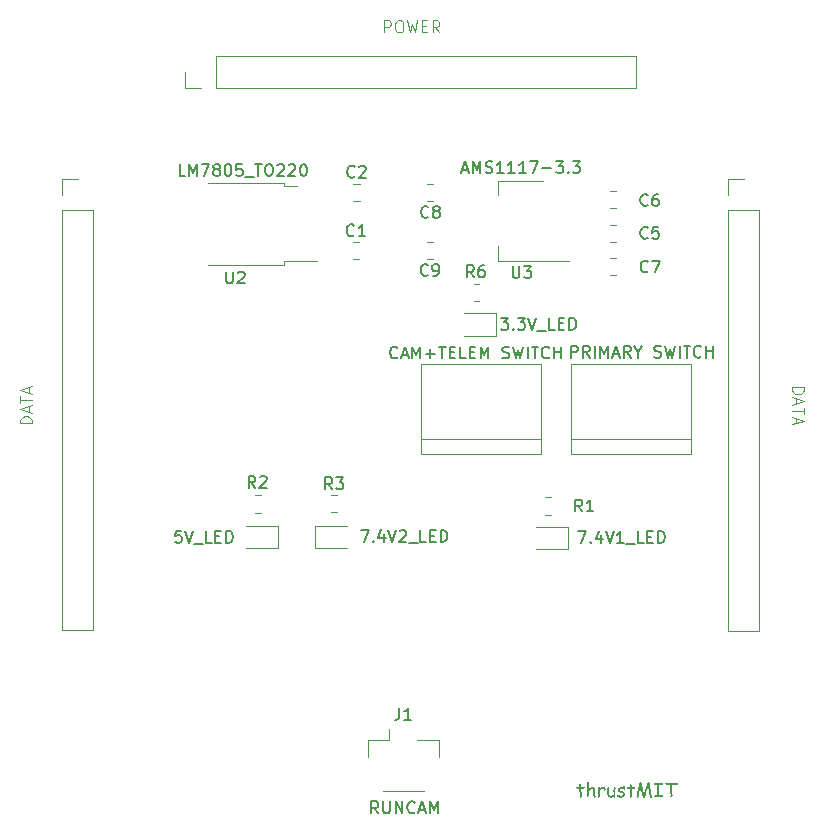
<source format=gbr>
%TF.GenerationSoftware,KiCad,Pcbnew,7.0.7*%
%TF.CreationDate,2024-02-10T01:31:47+05:30*%
%TF.ProjectId,PDB_Board,5044425f-426f-4617-9264-2e6b69636164,rev?*%
%TF.SameCoordinates,Original*%
%TF.FileFunction,Legend,Top*%
%TF.FilePolarity,Positive*%
%FSLAX46Y46*%
G04 Gerber Fmt 4.6, Leading zero omitted, Abs format (unit mm)*
G04 Created by KiCad (PCBNEW 7.0.7) date 2024-02-10 01:31:47*
%MOMM*%
%LPD*%
G01*
G04 APERTURE LIST*
%ADD10C,0.150000*%
%ADD11C,0.100000*%
%ADD12C,0.120000*%
G04 APERTURE END LIST*
D10*
X125215807Y-134439019D02*
X124882474Y-133962828D01*
X124644379Y-134439019D02*
X124644379Y-133439019D01*
X124644379Y-133439019D02*
X125025331Y-133439019D01*
X125025331Y-133439019D02*
X125120569Y-133486638D01*
X125120569Y-133486638D02*
X125168188Y-133534257D01*
X125168188Y-133534257D02*
X125215807Y-133629495D01*
X125215807Y-133629495D02*
X125215807Y-133772352D01*
X125215807Y-133772352D02*
X125168188Y-133867590D01*
X125168188Y-133867590D02*
X125120569Y-133915209D01*
X125120569Y-133915209D02*
X125025331Y-133962828D01*
X125025331Y-133962828D02*
X124644379Y-133962828D01*
X125644379Y-133439019D02*
X125644379Y-134248542D01*
X125644379Y-134248542D02*
X125691998Y-134343780D01*
X125691998Y-134343780D02*
X125739617Y-134391400D01*
X125739617Y-134391400D02*
X125834855Y-134439019D01*
X125834855Y-134439019D02*
X126025331Y-134439019D01*
X126025331Y-134439019D02*
X126120569Y-134391400D01*
X126120569Y-134391400D02*
X126168188Y-134343780D01*
X126168188Y-134343780D02*
X126215807Y-134248542D01*
X126215807Y-134248542D02*
X126215807Y-133439019D01*
X126691998Y-134439019D02*
X126691998Y-133439019D01*
X126691998Y-133439019D02*
X127263426Y-134439019D01*
X127263426Y-134439019D02*
X127263426Y-133439019D01*
X128311045Y-134343780D02*
X128263426Y-134391400D01*
X128263426Y-134391400D02*
X128120569Y-134439019D01*
X128120569Y-134439019D02*
X128025331Y-134439019D01*
X128025331Y-134439019D02*
X127882474Y-134391400D01*
X127882474Y-134391400D02*
X127787236Y-134296161D01*
X127787236Y-134296161D02*
X127739617Y-134200923D01*
X127739617Y-134200923D02*
X127691998Y-134010447D01*
X127691998Y-134010447D02*
X127691998Y-133867590D01*
X127691998Y-133867590D02*
X127739617Y-133677114D01*
X127739617Y-133677114D02*
X127787236Y-133581876D01*
X127787236Y-133581876D02*
X127882474Y-133486638D01*
X127882474Y-133486638D02*
X128025331Y-133439019D01*
X128025331Y-133439019D02*
X128120569Y-133439019D01*
X128120569Y-133439019D02*
X128263426Y-133486638D01*
X128263426Y-133486638D02*
X128311045Y-133534257D01*
X128691998Y-134153304D02*
X129168188Y-134153304D01*
X128596760Y-134439019D02*
X128930093Y-133439019D01*
X128930093Y-133439019D02*
X129263426Y-134439019D01*
X129596760Y-134439019D02*
X129596760Y-133439019D01*
X129596760Y-133439019D02*
X129930093Y-134153304D01*
X129930093Y-134153304D02*
X130263426Y-133439019D01*
X130263426Y-133439019D02*
X130263426Y-134439019D01*
D11*
X95907619Y-101418915D02*
X94907619Y-101418915D01*
X94907619Y-101418915D02*
X94907619Y-101180820D01*
X94907619Y-101180820D02*
X94955238Y-101037963D01*
X94955238Y-101037963D02*
X95050476Y-100942725D01*
X95050476Y-100942725D02*
X95145714Y-100895106D01*
X95145714Y-100895106D02*
X95336190Y-100847487D01*
X95336190Y-100847487D02*
X95479047Y-100847487D01*
X95479047Y-100847487D02*
X95669523Y-100895106D01*
X95669523Y-100895106D02*
X95764761Y-100942725D01*
X95764761Y-100942725D02*
X95860000Y-101037963D01*
X95860000Y-101037963D02*
X95907619Y-101180820D01*
X95907619Y-101180820D02*
X95907619Y-101418915D01*
X95621904Y-100466534D02*
X95621904Y-99990344D01*
X95907619Y-100561772D02*
X94907619Y-100228439D01*
X94907619Y-100228439D02*
X95907619Y-99895106D01*
X94907619Y-99704629D02*
X94907619Y-99133201D01*
X95907619Y-99418915D02*
X94907619Y-99418915D01*
X95621904Y-98847486D02*
X95621904Y-98371296D01*
X95907619Y-98942724D02*
X94907619Y-98609391D01*
X94907619Y-98609391D02*
X95907619Y-98276058D01*
X160262780Y-98376684D02*
X161262780Y-98376684D01*
X161262780Y-98376684D02*
X161262780Y-98614779D01*
X161262780Y-98614779D02*
X161215161Y-98757636D01*
X161215161Y-98757636D02*
X161119923Y-98852874D01*
X161119923Y-98852874D02*
X161024685Y-98900493D01*
X161024685Y-98900493D02*
X160834209Y-98948112D01*
X160834209Y-98948112D02*
X160691352Y-98948112D01*
X160691352Y-98948112D02*
X160500876Y-98900493D01*
X160500876Y-98900493D02*
X160405638Y-98852874D01*
X160405638Y-98852874D02*
X160310400Y-98757636D01*
X160310400Y-98757636D02*
X160262780Y-98614779D01*
X160262780Y-98614779D02*
X160262780Y-98376684D01*
X160548495Y-99329065D02*
X160548495Y-99805255D01*
X160262780Y-99233827D02*
X161262780Y-99567160D01*
X161262780Y-99567160D02*
X160262780Y-99900493D01*
X161262780Y-100090970D02*
X161262780Y-100662398D01*
X160262780Y-100376684D02*
X161262780Y-100376684D01*
X160548495Y-100948113D02*
X160548495Y-101424303D01*
X160262780Y-100852875D02*
X161262780Y-101186208D01*
X161262780Y-101186208D02*
X160262780Y-101519541D01*
G36*
X142611396Y-132375380D02*
G01*
X142598746Y-132375207D01*
X142585923Y-132374749D01*
X142573306Y-132374092D01*
X142570363Y-132373915D01*
X142557661Y-132373065D01*
X142545933Y-132372493D01*
X142534043Y-132372184D01*
X142529624Y-132372156D01*
X142517855Y-132372759D01*
X142505087Y-132373928D01*
X142492255Y-132375307D01*
X142477096Y-132377079D01*
X142464201Y-132378667D01*
X142449997Y-132380476D01*
X142434484Y-132382507D01*
X142417663Y-132384759D01*
X142433197Y-132862498D01*
X142434076Y-132897962D01*
X142434955Y-132939288D01*
X142434995Y-132960725D01*
X142434310Y-132980779D01*
X142432898Y-132999450D01*
X142430760Y-133016737D01*
X142427897Y-133032642D01*
X142424308Y-133047164D01*
X142419993Y-133060303D01*
X142414952Y-133072058D01*
X142409185Y-133082431D01*
X142399174Y-133095397D01*
X142387529Y-133105251D01*
X142374252Y-133111993D01*
X142359341Y-133115624D01*
X142348493Y-133116315D01*
X142336383Y-133115573D01*
X142323035Y-133112832D01*
X142310529Y-133108072D01*
X142298864Y-133101292D01*
X142291047Y-133095213D01*
X142281569Y-133085475D01*
X142274418Y-133074728D01*
X142269595Y-133062971D01*
X142267101Y-133050205D01*
X142266721Y-133042456D01*
X142266803Y-133029834D01*
X142266998Y-133017662D01*
X142267307Y-133003988D01*
X142267637Y-132991967D01*
X142268040Y-132978984D01*
X142268516Y-132965039D01*
X142269066Y-132950132D01*
X142269684Y-132935226D01*
X142270220Y-132921281D01*
X142270673Y-132908298D01*
X142271044Y-132896277D01*
X142271392Y-132882603D01*
X142271611Y-132870431D01*
X142271703Y-132857809D01*
X142255290Y-132384759D01*
X142243471Y-132384185D01*
X142230543Y-132383450D01*
X142216509Y-132382557D01*
X142201366Y-132381503D01*
X142185116Y-132380290D01*
X142167758Y-132378917D01*
X142155570Y-132377913D01*
X142142891Y-132376838D01*
X142129719Y-132375692D01*
X142116055Y-132374474D01*
X142101898Y-132373186D01*
X142087249Y-132371828D01*
X142072108Y-132370398D01*
X142059013Y-132367975D01*
X142047207Y-132364445D01*
X142033468Y-132358016D01*
X142022019Y-132349617D01*
X142012860Y-132339249D01*
X142005991Y-132326911D01*
X142001411Y-132312605D01*
X141999479Y-132300583D01*
X141998835Y-132287453D01*
X141999618Y-132273958D01*
X142001968Y-132261390D01*
X142005883Y-132249750D01*
X142011365Y-132239038D01*
X142018413Y-132229252D01*
X142021110Y-132226197D01*
X142029896Y-132217929D01*
X142041240Y-132210446D01*
X142053762Y-132205291D01*
X142065433Y-132202725D01*
X142077970Y-132201870D01*
X142250894Y-132215938D01*
X142250801Y-132202725D01*
X142250522Y-132188181D01*
X142250165Y-132175587D01*
X142249688Y-132162141D01*
X142249093Y-132147844D01*
X142248379Y-132132695D01*
X142247765Y-132120774D01*
X142247084Y-132108374D01*
X142246455Y-132096064D01*
X142245713Y-132080677D01*
X142245081Y-132066462D01*
X142244559Y-132053419D01*
X142244147Y-132041549D01*
X142243786Y-132028360D01*
X142243580Y-132014951D01*
X142243567Y-132011067D01*
X142244401Y-131999050D01*
X142247485Y-131986045D01*
X142252840Y-131974133D01*
X142260468Y-131963316D01*
X142267307Y-131956259D01*
X142276690Y-131948889D01*
X142288576Y-131942217D01*
X142301470Y-131937621D01*
X142313327Y-131935333D01*
X142325925Y-131934571D01*
X142339338Y-131935591D01*
X142351658Y-131938651D01*
X142362886Y-131943751D01*
X142373021Y-131950892D01*
X142382065Y-131960073D01*
X142390016Y-131971294D01*
X142396875Y-131984555D01*
X142402642Y-131999857D01*
X142405880Y-132011191D01*
X142408632Y-132023432D01*
X142410899Y-132036580D01*
X142412680Y-132050635D01*
X142413594Y-132064019D01*
X142414198Y-132076383D01*
X142414638Y-132089572D01*
X142414913Y-132103586D01*
X142415016Y-132115893D01*
X142415025Y-132120977D01*
X142413560Y-132166992D01*
X142412680Y-132215938D01*
X142425124Y-132214341D01*
X142436883Y-132212847D01*
X142453238Y-132210799D01*
X142468053Y-132208983D01*
X142481327Y-132207399D01*
X142493061Y-132206047D01*
X142506309Y-132204604D01*
X142519019Y-132203380D01*
X142529624Y-132202749D01*
X142545203Y-132202821D01*
X142559735Y-132203038D01*
X142573223Y-132203398D01*
X142585664Y-132203903D01*
X142600625Y-132204801D01*
X142613727Y-132205955D01*
X142627490Y-132207758D01*
X142640171Y-132210451D01*
X142641878Y-132210956D01*
X142653624Y-132215847D01*
X142663805Y-132222167D01*
X142674328Y-132232076D01*
X142682403Y-132244217D01*
X142687102Y-132255538D01*
X142690234Y-132268287D01*
X142691801Y-132282466D01*
X142691996Y-132290090D01*
X142691193Y-132303585D01*
X142688782Y-132316153D01*
X142684763Y-132327793D01*
X142679137Y-132338506D01*
X142671904Y-132348291D01*
X142669135Y-132351347D01*
X142660229Y-132359514D01*
X142650437Y-132365992D01*
X142637893Y-132371414D01*
X142626181Y-132374230D01*
X142613582Y-132375357D01*
X142611396Y-132375380D01*
G37*
G36*
X143541082Y-133116315D02*
G01*
X143527060Y-133115344D01*
X143514301Y-133112432D01*
X143502806Y-133107577D01*
X143492576Y-133100781D01*
X143483609Y-133092044D01*
X143475906Y-133081364D01*
X143469467Y-133068743D01*
X143464292Y-133054180D01*
X143460801Y-133041046D01*
X143457361Y-133026922D01*
X143453973Y-133011810D01*
X143450636Y-132995708D01*
X143447351Y-132978617D01*
X143445189Y-132966674D01*
X143443051Y-132954291D01*
X143440935Y-132941468D01*
X143438842Y-132928205D01*
X143436772Y-132914503D01*
X143434725Y-132900362D01*
X143432701Y-132885780D01*
X143430700Y-132870760D01*
X143429708Y-132863084D01*
X143427933Y-132848412D01*
X143426273Y-132834073D01*
X143424727Y-132820065D01*
X143423296Y-132806389D01*
X143421980Y-132793046D01*
X143420777Y-132780034D01*
X143419690Y-132767354D01*
X143418717Y-132755007D01*
X143417858Y-132742991D01*
X143416785Y-132725590D01*
X143415969Y-132708936D01*
X143415411Y-132693030D01*
X143415110Y-132677870D01*
X143415053Y-132668178D01*
X143415181Y-132656107D01*
X143415504Y-132643290D01*
X143415937Y-132630630D01*
X143416407Y-132618899D01*
X143416978Y-132606095D01*
X143417105Y-132603405D01*
X143417696Y-132590386D01*
X143418187Y-132578441D01*
X143418643Y-132565523D01*
X143418994Y-132552406D01*
X143419154Y-132539991D01*
X143419156Y-132538632D01*
X143418854Y-132519999D01*
X143417947Y-132502568D01*
X143416436Y-132486339D01*
X143414320Y-132471313D01*
X143411600Y-132457488D01*
X143408275Y-132444866D01*
X143404346Y-132433445D01*
X143397319Y-132418569D01*
X143388931Y-132406397D01*
X143379184Y-132396931D01*
X143368076Y-132390169D01*
X143355608Y-132386111D01*
X143341780Y-132384759D01*
X143328752Y-132385131D01*
X143315901Y-132386247D01*
X143303226Y-132388108D01*
X143290727Y-132390712D01*
X143278405Y-132394061D01*
X143266259Y-132398154D01*
X143254289Y-132402991D01*
X143242495Y-132408573D01*
X143230878Y-132414898D01*
X143219437Y-132421968D01*
X143208173Y-132429782D01*
X143197085Y-132438340D01*
X143186173Y-132447642D01*
X143175437Y-132457688D01*
X143164878Y-132468479D01*
X143154495Y-132480014D01*
X143146308Y-132489917D01*
X143137576Y-132501381D01*
X143128297Y-132514406D01*
X143118472Y-132528992D01*
X143111619Y-132539583D01*
X143104523Y-132550869D01*
X143097184Y-132562848D01*
X143089602Y-132575520D01*
X143081778Y-132588887D01*
X143073711Y-132602947D01*
X143065402Y-132617701D01*
X143056849Y-132633149D01*
X143048054Y-132649291D01*
X143039017Y-132666127D01*
X143038991Y-132685893D01*
X143038914Y-132705149D01*
X143038785Y-132723894D01*
X143038605Y-132742129D01*
X143038373Y-132759853D01*
X143038089Y-132777066D01*
X143037754Y-132793769D01*
X143037368Y-132809961D01*
X143036930Y-132825643D01*
X143036441Y-132840814D01*
X143035900Y-132855474D01*
X143035307Y-132869624D01*
X143034663Y-132883263D01*
X143033968Y-132896391D01*
X143033221Y-132909009D01*
X143032422Y-132921116D01*
X143030670Y-132943799D01*
X143028713Y-132964439D01*
X143026549Y-132983036D01*
X143024179Y-132999592D01*
X143021603Y-133014104D01*
X143018821Y-133026574D01*
X143014261Y-133041450D01*
X143012638Y-133045387D01*
X143006451Y-133057614D01*
X142999468Y-133068212D01*
X142991687Y-133077178D01*
X142980841Y-133086094D01*
X142968749Y-133092463D01*
X142955413Y-133096284D01*
X142940831Y-133097557D01*
X142928480Y-133096754D01*
X142916706Y-133094343D01*
X142905509Y-133090324D01*
X142894889Y-133084698D01*
X142884846Y-133077465D01*
X142881627Y-133074696D01*
X142872961Y-133065673D01*
X142866088Y-133055970D01*
X142860336Y-133043791D01*
X142857024Y-133030686D01*
X142856128Y-133018716D01*
X142857530Y-133006190D01*
X142860249Y-132994151D01*
X142863455Y-132982666D01*
X142866194Y-132969931D01*
X142867892Y-132956232D01*
X142869097Y-132942512D01*
X142869910Y-132930611D01*
X142870646Y-132917329D01*
X142871305Y-132902666D01*
X142871886Y-132886623D01*
X142872390Y-132869199D01*
X142872541Y-132863084D01*
X142875179Y-132741744D01*
X142877523Y-132138855D01*
X142878233Y-132126402D01*
X142878897Y-132114469D01*
X142879807Y-132097544D01*
X142880614Y-132081788D01*
X142881319Y-132067202D01*
X142881920Y-132053786D01*
X142882418Y-132041538D01*
X142882921Y-132027028D01*
X142883242Y-132014597D01*
X142883385Y-132001982D01*
X142883192Y-131988999D01*
X142882612Y-131976245D01*
X142881646Y-131963719D01*
X142880294Y-131951423D01*
X142878555Y-131939356D01*
X142876430Y-131927518D01*
X142875472Y-131922847D01*
X142873192Y-131911136D01*
X142871299Y-131899268D01*
X142869792Y-131887242D01*
X142868671Y-131875059D01*
X142867937Y-131862719D01*
X142867589Y-131850221D01*
X142867558Y-131845178D01*
X142868393Y-131832731D01*
X142870897Y-131821108D01*
X142875928Y-131808589D01*
X142883231Y-131797193D01*
X142891299Y-131788318D01*
X142900692Y-131780648D01*
X142910849Y-131774566D01*
X142921768Y-131770070D01*
X142933449Y-131767160D01*
X142945893Y-131765838D01*
X142950210Y-131765750D01*
X142962410Y-131766360D01*
X142977138Y-131769074D01*
X142990107Y-131773958D01*
X143001318Y-131781013D01*
X143010770Y-131790238D01*
X143018464Y-131801634D01*
X143024399Y-131815201D01*
X143027696Y-131826801D01*
X143029345Y-131835213D01*
X143031649Y-131849477D01*
X143033727Y-131863473D01*
X143035579Y-131877201D01*
X143037203Y-131890662D01*
X143038601Y-131903854D01*
X143039772Y-131916779D01*
X143040717Y-131929436D01*
X143041435Y-131941825D01*
X143041926Y-131953946D01*
X143042190Y-131965799D01*
X143042241Y-131973552D01*
X143042192Y-131989166D01*
X143042045Y-132004903D01*
X143041800Y-132020765D01*
X143041458Y-132036750D01*
X143041017Y-132052858D01*
X143040479Y-132069090D01*
X143039842Y-132085446D01*
X143039108Y-132101926D01*
X143038276Y-132118529D01*
X143037346Y-132135256D01*
X143036672Y-132146476D01*
X143035789Y-132162828D01*
X143035010Y-132179242D01*
X143034333Y-132195718D01*
X143033759Y-132212256D01*
X143033289Y-132228856D01*
X143032921Y-132245518D01*
X143032657Y-132262241D01*
X143032495Y-132279026D01*
X143032437Y-132295873D01*
X143032482Y-132312782D01*
X143032569Y-132324089D01*
X143033448Y-132396483D01*
X143041946Y-132385341D01*
X143050516Y-132374556D01*
X143059156Y-132364128D01*
X143067868Y-132354058D01*
X143076650Y-132344344D01*
X143085504Y-132334988D01*
X143094428Y-132325990D01*
X143103424Y-132317348D01*
X143112490Y-132309064D01*
X143121627Y-132301136D01*
X143130836Y-132293566D01*
X143140115Y-132286354D01*
X143154167Y-132276204D01*
X143168379Y-132266858D01*
X143177942Y-132261074D01*
X143192478Y-132253008D01*
X143207178Y-132245735D01*
X143222043Y-132239256D01*
X143237073Y-132233570D01*
X143252268Y-132228677D01*
X143267628Y-132224578D01*
X143283153Y-132221272D01*
X143298842Y-132218759D01*
X143314697Y-132217040D01*
X143330716Y-132216115D01*
X143341487Y-132215938D01*
X143358261Y-132216285D01*
X143374364Y-132217326D01*
X143389796Y-132219060D01*
X143404557Y-132221489D01*
X143418647Y-132224611D01*
X143432066Y-132228427D01*
X143444814Y-132232937D01*
X143456892Y-132238140D01*
X143468298Y-132244037D01*
X143479034Y-132250628D01*
X143489099Y-132257913D01*
X143498492Y-132265892D01*
X143507215Y-132274565D01*
X143515267Y-132283931D01*
X143522648Y-132293991D01*
X143529359Y-132304745D01*
X143535897Y-132317255D01*
X143541885Y-132331264D01*
X143547321Y-132346772D01*
X143552206Y-132363780D01*
X143555156Y-132375951D01*
X143557862Y-132388789D01*
X143560322Y-132402293D01*
X143562537Y-132416463D01*
X143564508Y-132431300D01*
X143566233Y-132446803D01*
X143567714Y-132462972D01*
X143568949Y-132479808D01*
X143569939Y-132497310D01*
X143570684Y-132515478D01*
X143577426Y-132672575D01*
X143593839Y-132844033D01*
X143595288Y-132855961D01*
X143596779Y-132867710D01*
X143599092Y-132884998D01*
X143601498Y-132901884D01*
X143603997Y-132918369D01*
X143606588Y-132934452D01*
X143609272Y-132950133D01*
X143612049Y-132965412D01*
X143614919Y-132980289D01*
X143617881Y-132994765D01*
X143620937Y-133008838D01*
X143621975Y-133013440D01*
X143624290Y-133025663D01*
X143625200Y-133037181D01*
X143624324Y-133049528D01*
X143621696Y-133061072D01*
X143616417Y-133073524D01*
X143608753Y-133084882D01*
X143600287Y-133093747D01*
X143590704Y-133101417D01*
X143580421Y-133107500D01*
X143569437Y-133111996D01*
X143557752Y-133114905D01*
X143545366Y-133116227D01*
X143541082Y-133116315D01*
G37*
G36*
X144461975Y-132452463D02*
G01*
X144460967Y-132464708D01*
X144458419Y-132481593D01*
X144454630Y-132496702D01*
X144449599Y-132510032D01*
X144443326Y-132521586D01*
X144435812Y-132531362D01*
X144427056Y-132539360D01*
X144417059Y-132545581D01*
X144405820Y-132550025D01*
X144393339Y-132552691D01*
X144379617Y-132553580D01*
X144366941Y-132552871D01*
X144351980Y-132549723D01*
X144339235Y-132544056D01*
X144328706Y-132535870D01*
X144320395Y-132525165D01*
X144314299Y-132511942D01*
X144311182Y-132500371D01*
X144309312Y-132487384D01*
X144308689Y-132472980D01*
X144308431Y-132460724D01*
X144307854Y-132447250D01*
X144307205Y-132435006D01*
X144306370Y-132420927D01*
X144306051Y-132415827D01*
X144303706Y-132347243D01*
X144287641Y-132349350D01*
X144271979Y-132351786D01*
X144256720Y-132354552D01*
X144241864Y-132357648D01*
X144227411Y-132361074D01*
X144213361Y-132364829D01*
X144199714Y-132368914D01*
X144186470Y-132373328D01*
X144173628Y-132378073D01*
X144161190Y-132383147D01*
X144149155Y-132388551D01*
X144137523Y-132394284D01*
X144126294Y-132400348D01*
X144115468Y-132406741D01*
X144105045Y-132413464D01*
X144095025Y-132420516D01*
X144081503Y-132431049D01*
X144068413Y-132442536D01*
X144059927Y-132450723D01*
X144051634Y-132459334D01*
X144043533Y-132468368D01*
X144035624Y-132477826D01*
X144027907Y-132487707D01*
X144020383Y-132498013D01*
X144013051Y-132508741D01*
X144005912Y-132519894D01*
X143998964Y-132531470D01*
X143992209Y-132543469D01*
X143985647Y-132555892D01*
X143979277Y-132568739D01*
X143973099Y-132582010D01*
X143974858Y-133033077D01*
X143974141Y-133047953D01*
X143971993Y-133061365D01*
X143968412Y-133073314D01*
X143961410Y-133086971D01*
X143951862Y-133098026D01*
X143939767Y-133106479D01*
X143925126Y-133112332D01*
X143912475Y-133115015D01*
X143898391Y-133116234D01*
X143893378Y-133116315D01*
X143880388Y-133115589D01*
X143868676Y-133113409D01*
X143855047Y-133108244D01*
X143843690Y-133100495D01*
X143834604Y-133090164D01*
X143827790Y-133077249D01*
X143824170Y-133065869D01*
X143821827Y-133053035D01*
X143820762Y-133038748D01*
X143820691Y-133033663D01*
X143820691Y-132460377D01*
X143820790Y-132447289D01*
X143821030Y-132434018D01*
X143821341Y-132421510D01*
X143821751Y-132407685D01*
X143822152Y-132395678D01*
X143822617Y-132382828D01*
X143822743Y-132379483D01*
X143823224Y-132366422D01*
X143823641Y-132354204D01*
X143824071Y-132340116D01*
X143824402Y-132327345D01*
X143824667Y-132313758D01*
X143824793Y-132300302D01*
X143824795Y-132298590D01*
X143825434Y-132283819D01*
X143827350Y-132270501D01*
X143830544Y-132258636D01*
X143836791Y-132245076D01*
X143845309Y-132234099D01*
X143856098Y-132225705D01*
X143869159Y-132219893D01*
X143884492Y-132216665D01*
X143897481Y-132215938D01*
X143911893Y-132217080D01*
X143924904Y-132220503D01*
X143936513Y-132226209D01*
X143946721Y-132234197D01*
X143955527Y-132244468D01*
X143962932Y-132257020D01*
X143968936Y-132271856D01*
X143973539Y-132288973D01*
X143975828Y-132301653D01*
X143977495Y-132315347D01*
X143978540Y-132330055D01*
X143978961Y-132345778D01*
X143988886Y-132336636D01*
X143998880Y-132327784D01*
X144008940Y-132319222D01*
X144019069Y-132310950D01*
X144029264Y-132302969D01*
X144039528Y-132295278D01*
X144049859Y-132287877D01*
X144060257Y-132280767D01*
X144070723Y-132273946D01*
X144081257Y-132267416D01*
X144091858Y-132261176D01*
X144102526Y-132255226D01*
X144113263Y-132249567D01*
X144124066Y-132244198D01*
X144134938Y-132239119D01*
X144145876Y-132234330D01*
X144156883Y-132229831D01*
X144167957Y-132225623D01*
X144179098Y-132221705D01*
X144190307Y-132218077D01*
X144201584Y-132214739D01*
X144212928Y-132211692D01*
X144224340Y-132208935D01*
X144235819Y-132206468D01*
X144247366Y-132204291D01*
X144258980Y-132202405D01*
X144270662Y-132200808D01*
X144282411Y-132199502D01*
X144294228Y-132198487D01*
X144306113Y-132197761D01*
X144318065Y-132197326D01*
X144330084Y-132197181D01*
X144342315Y-132197616D01*
X144357693Y-132199551D01*
X144372009Y-132203033D01*
X144385262Y-132208064D01*
X144397453Y-132214643D01*
X144408581Y-132222769D01*
X144418647Y-132232443D01*
X144427651Y-132243666D01*
X144429735Y-132246713D01*
X144437498Y-132259810D01*
X144442640Y-132270667D01*
X144447201Y-132282411D01*
X144451179Y-132295040D01*
X144454575Y-132308555D01*
X144457389Y-132322957D01*
X144459620Y-132338245D01*
X144461270Y-132354418D01*
X144462337Y-132371478D01*
X144462725Y-132383344D01*
X144462855Y-132395603D01*
X144462833Y-132408120D01*
X144462751Y-132421364D01*
X144462577Y-132434367D01*
X144462229Y-132447211D01*
X144461975Y-132452463D01*
G37*
G36*
X145299924Y-132591975D02*
G01*
X145299938Y-132607078D01*
X145299966Y-132619572D01*
X145300010Y-132633065D01*
X145300069Y-132647557D01*
X145300144Y-132663049D01*
X145300234Y-132679541D01*
X145300339Y-132697032D01*
X145300418Y-132709248D01*
X145300504Y-132721908D01*
X145300597Y-132735012D01*
X145300697Y-132748561D01*
X145300803Y-132762554D01*
X145300910Y-132776547D01*
X145301009Y-132790095D01*
X145301102Y-132803200D01*
X145301188Y-132815860D01*
X145301267Y-132828076D01*
X145301339Y-132839848D01*
X145301434Y-132856672D01*
X145301514Y-132872497D01*
X145301579Y-132887323D01*
X145301627Y-132901149D01*
X145301661Y-132913976D01*
X145301679Y-132925803D01*
X145301682Y-132933133D01*
X145301940Y-132945744D01*
X145302517Y-132958429D01*
X145303292Y-132971422D01*
X145304158Y-132983966D01*
X145304320Y-132986183D01*
X145305316Y-132998843D01*
X145306218Y-133011998D01*
X145306905Y-133024903D01*
X145307240Y-133036707D01*
X145307251Y-133038939D01*
X145306406Y-133051256D01*
X145303871Y-133062707D01*
X145298778Y-133074973D01*
X145291385Y-133086060D01*
X145283218Y-133094626D01*
X145273934Y-133101997D01*
X145262139Y-133108669D01*
X145249306Y-133113265D01*
X145237480Y-133115553D01*
X145224892Y-133116315D01*
X145209716Y-133115477D01*
X145195986Y-133112963D01*
X145183704Y-133108773D01*
X145172869Y-133102906D01*
X145163481Y-133095364D01*
X145155540Y-133086145D01*
X145149046Y-133075250D01*
X145143999Y-133062679D01*
X145131016Y-133069174D01*
X145117786Y-133075250D01*
X145104308Y-133080907D01*
X145090583Y-133086145D01*
X145076611Y-133090964D01*
X145062392Y-133095364D01*
X145047925Y-133099345D01*
X145033211Y-133102906D01*
X145018249Y-133106049D01*
X145003041Y-133108773D01*
X144987585Y-133111077D01*
X144971881Y-133112963D01*
X144955931Y-133114430D01*
X144939733Y-133115477D01*
X144923288Y-133116106D01*
X144906595Y-133116315D01*
X144893257Y-133116132D01*
X144880208Y-133115582D01*
X144867447Y-133114667D01*
X144854974Y-133113384D01*
X144842791Y-133111736D01*
X144830895Y-133109721D01*
X144819288Y-133107339D01*
X144802419Y-133103080D01*
X144786199Y-133097997D01*
X144770628Y-133092089D01*
X144755706Y-133085357D01*
X144741433Y-133077801D01*
X144727809Y-133069421D01*
X144713693Y-133059331D01*
X144700689Y-133048407D01*
X144688798Y-133036649D01*
X144678021Y-133024056D01*
X144668355Y-133010628D01*
X144659803Y-132996365D01*
X144652364Y-132981268D01*
X144646037Y-132965336D01*
X144640823Y-132948570D01*
X144637965Y-132936929D01*
X144635602Y-132924917D01*
X144634606Y-132918772D01*
X144632641Y-132905445D01*
X144630738Y-132892210D01*
X144628897Y-132879067D01*
X144627119Y-132866015D01*
X144625403Y-132853055D01*
X144623749Y-132840186D01*
X144622158Y-132827409D01*
X144620630Y-132814724D01*
X144619163Y-132802130D01*
X144617759Y-132789628D01*
X144616418Y-132777218D01*
X144615139Y-132764899D01*
X144613922Y-132752671D01*
X144612768Y-132740535D01*
X144611676Y-132728491D01*
X144610646Y-132716539D01*
X144609679Y-132704677D01*
X144608774Y-132692908D01*
X144607152Y-132669644D01*
X144605779Y-132646746D01*
X144604656Y-132624215D01*
X144603783Y-132602050D01*
X144603159Y-132580251D01*
X144602784Y-132558819D01*
X144602659Y-132537753D01*
X144602756Y-132523821D01*
X144603044Y-132509648D01*
X144603525Y-132495235D01*
X144604198Y-132480582D01*
X144605064Y-132465688D01*
X144606122Y-132450553D01*
X144607372Y-132435179D01*
X144608814Y-132419564D01*
X144610449Y-132403708D01*
X144612276Y-132387612D01*
X144614296Y-132371276D01*
X144616508Y-132354699D01*
X144618912Y-132337882D01*
X144621509Y-132320824D01*
X144624298Y-132303526D01*
X144627279Y-132285987D01*
X144629909Y-132273469D01*
X144633513Y-132262182D01*
X144639833Y-132249047D01*
X144647884Y-132238102D01*
X144657666Y-132229346D01*
X144669179Y-132222779D01*
X144682423Y-132218401D01*
X144697398Y-132216212D01*
X144705534Y-132215938D01*
X144718421Y-132216711D01*
X144730484Y-132219030D01*
X144741722Y-132222894D01*
X144752136Y-132228303D01*
X144761726Y-132235258D01*
X144764739Y-132237920D01*
X144772907Y-132246606D01*
X144780300Y-132257860D01*
X144785393Y-132270321D01*
X144787927Y-132281961D01*
X144788772Y-132294487D01*
X144788479Y-132307101D01*
X144787599Y-132321861D01*
X144786472Y-132335215D01*
X144784970Y-132349943D01*
X144783597Y-132361890D01*
X144782013Y-132374611D01*
X144780218Y-132388104D01*
X144778211Y-132402370D01*
X144776756Y-132412310D01*
X144774661Y-132427140D01*
X144772771Y-132441295D01*
X144771088Y-132454775D01*
X144769612Y-132467580D01*
X144768341Y-132479711D01*
X144766967Y-132494835D01*
X144765959Y-132508759D01*
X144765318Y-132521483D01*
X144765032Y-132535701D01*
X144765068Y-132552258D01*
X144765174Y-132568518D01*
X144765351Y-132584480D01*
X144765600Y-132600145D01*
X144765919Y-132615511D01*
X144766310Y-132630580D01*
X144766771Y-132645352D01*
X144767303Y-132659825D01*
X144767907Y-132674001D01*
X144768581Y-132687880D01*
X144769326Y-132701460D01*
X144770143Y-132714743D01*
X144771030Y-132727729D01*
X144771988Y-132740416D01*
X144773018Y-132752806D01*
X144774118Y-132764899D01*
X144775288Y-132776659D01*
X144777172Y-132793750D01*
X144779210Y-132810181D01*
X144781403Y-132825953D01*
X144783751Y-132841066D01*
X144786253Y-132855519D01*
X144788910Y-132869312D01*
X144791721Y-132882447D01*
X144794687Y-132894921D01*
X144797807Y-132906737D01*
X144801082Y-132917892D01*
X144812965Y-132923853D01*
X144824764Y-132929168D01*
X144836479Y-132933839D01*
X144848110Y-132937864D01*
X144854718Y-132939874D01*
X144866216Y-132942843D01*
X144879254Y-132945344D01*
X144892182Y-132946892D01*
X144905001Y-132947487D01*
X144906595Y-132947495D01*
X144920455Y-132947359D01*
X144934411Y-132946954D01*
X144948464Y-132946279D01*
X144962612Y-132945333D01*
X144976857Y-132944117D01*
X144991198Y-132942631D01*
X145005635Y-132940875D01*
X145020168Y-132938848D01*
X145034797Y-132936552D01*
X145049523Y-132933985D01*
X145064345Y-132931148D01*
X145079263Y-132928041D01*
X145094277Y-132924663D01*
X145109387Y-132921016D01*
X145124593Y-132917098D01*
X145139896Y-132912910D01*
X145139310Y-132749072D01*
X145137551Y-132592561D01*
X145137612Y-132570977D01*
X145137794Y-132549751D01*
X145138097Y-132528882D01*
X145138522Y-132508370D01*
X145139068Y-132488216D01*
X145139736Y-132468418D01*
X145140524Y-132448978D01*
X145141435Y-132429895D01*
X145142466Y-132411169D01*
X145143619Y-132392801D01*
X145144893Y-132374789D01*
X145146289Y-132357135D01*
X145147806Y-132339838D01*
X145149444Y-132322898D01*
X145151204Y-132306316D01*
X145153085Y-132290090D01*
X145155332Y-132276839D01*
X145158666Y-132264890D01*
X145164803Y-132250987D01*
X145172872Y-132239401D01*
X145182874Y-132230132D01*
X145194808Y-132223180D01*
X145208675Y-132218545D01*
X145220344Y-132216590D01*
X145233099Y-132215938D01*
X145245986Y-132216721D01*
X145258048Y-132219071D01*
X145269287Y-132222986D01*
X145279701Y-132228468D01*
X145289290Y-132235516D01*
X145292303Y-132238213D01*
X145300420Y-132246848D01*
X145307622Y-132257912D01*
X145312385Y-132270041D01*
X145314707Y-132283237D01*
X145314872Y-132293315D01*
X145299924Y-132591975D01*
G37*
G36*
X146057272Y-132441033D02*
G01*
X146043741Y-132440217D01*
X146031541Y-132437770D01*
X146018657Y-132432679D01*
X146007690Y-132425240D01*
X145998640Y-132415451D01*
X145993671Y-132407620D01*
X145988440Y-132394821D01*
X145984892Y-132382726D01*
X145982167Y-132371277D01*
X145979543Y-132358253D01*
X145977020Y-132343653D01*
X145975194Y-132331669D01*
X145973424Y-132318800D01*
X145972276Y-132309728D01*
X145960093Y-132312875D01*
X145946735Y-132316490D01*
X145932203Y-132320575D01*
X145916497Y-132325129D01*
X145899615Y-132330151D01*
X145887708Y-132333760D01*
X145875279Y-132337577D01*
X145862329Y-132341602D01*
X145848855Y-132345836D01*
X145834860Y-132350278D01*
X145820343Y-132354929D01*
X145805304Y-132359788D01*
X145789743Y-132364855D01*
X145781766Y-132367467D01*
X145765685Y-132374159D01*
X145750634Y-132381045D01*
X145736614Y-132388126D01*
X145723624Y-132395402D01*
X145711665Y-132402872D01*
X145700736Y-132410537D01*
X145690837Y-132418397D01*
X145681969Y-132426451D01*
X145670598Y-132438898D01*
X145661546Y-132451782D01*
X145654812Y-132465104D01*
X145650397Y-132478864D01*
X145648300Y-132493062D01*
X145648116Y-132497892D01*
X145660390Y-132502124D01*
X145672590Y-132505733D01*
X145684716Y-132508718D01*
X145696770Y-132511081D01*
X145708526Y-132513231D01*
X145720093Y-132515431D01*
X145742657Y-132519979D01*
X145764460Y-132524727D01*
X145785503Y-132529674D01*
X145805786Y-132534821D01*
X145825309Y-132540166D01*
X145844071Y-132545711D01*
X145862073Y-132551455D01*
X145879315Y-132557398D01*
X145895797Y-132563540D01*
X145911519Y-132569882D01*
X145926480Y-132576422D01*
X145940681Y-132583162D01*
X145954122Y-132590102D01*
X145966803Y-132597240D01*
X145978724Y-132604578D01*
X145995014Y-132615762D01*
X146010254Y-132627553D01*
X146024442Y-132639951D01*
X146037580Y-132652956D01*
X146049667Y-132666568D01*
X146060702Y-132680786D01*
X146070687Y-132695611D01*
X146079620Y-132711043D01*
X146087503Y-132727082D01*
X146094334Y-132743727D01*
X146100115Y-132760980D01*
X146104844Y-132778839D01*
X146108523Y-132797305D01*
X146111151Y-132816377D01*
X146112727Y-132836057D01*
X146113253Y-132856343D01*
X146112798Y-132872938D01*
X146111434Y-132889018D01*
X146109162Y-132904583D01*
X146105980Y-132919633D01*
X146101890Y-132934167D01*
X146096890Y-132948186D01*
X146090981Y-132961690D01*
X146084163Y-132974679D01*
X146076436Y-132987152D01*
X146067800Y-132999111D01*
X146058256Y-133010554D01*
X146047802Y-133021482D01*
X146036439Y-133031895D01*
X146024166Y-133041792D01*
X146010985Y-133051174D01*
X145996895Y-133060042D01*
X145984643Y-133066856D01*
X145971992Y-133073231D01*
X145958942Y-133079166D01*
X145945494Y-133084661D01*
X145931648Y-133089717D01*
X145917403Y-133094333D01*
X145902760Y-133098510D01*
X145887719Y-133102247D01*
X145872279Y-133105544D01*
X145856440Y-133108402D01*
X145840204Y-133110820D01*
X145823568Y-133112798D01*
X145806535Y-133114337D01*
X145789103Y-133115436D01*
X145771272Y-133116095D01*
X145753043Y-133116315D01*
X145739563Y-133116176D01*
X145726161Y-133115756D01*
X145712837Y-133115058D01*
X145699591Y-133114080D01*
X145686422Y-133112823D01*
X145673331Y-133111287D01*
X145660319Y-133109471D01*
X145647384Y-133107376D01*
X145634527Y-133105001D01*
X145621747Y-133102348D01*
X145609046Y-133099414D01*
X145596422Y-133096202D01*
X145583877Y-133092710D01*
X145571409Y-133088939D01*
X145559019Y-133084888D01*
X145546707Y-133080558D01*
X145531339Y-133074739D01*
X145516963Y-133068637D01*
X145503578Y-133062255D01*
X145491184Y-133055590D01*
X145479782Y-133048644D01*
X145469372Y-133041417D01*
X145459953Y-133033907D01*
X145447683Y-133022115D01*
X145437645Y-133009689D01*
X145429837Y-132996630D01*
X145424260Y-132982937D01*
X145420914Y-132968610D01*
X145419798Y-132953649D01*
X145420705Y-132941738D01*
X145424055Y-132928571D01*
X145429873Y-132916189D01*
X145436825Y-132906201D01*
X145445590Y-132896790D01*
X145455620Y-132888522D01*
X145466143Y-132881966D01*
X145477162Y-132877119D01*
X145488675Y-132873984D01*
X145500682Y-132872558D01*
X145504795Y-132872463D01*
X145516666Y-132874216D01*
X145527980Y-132878510D01*
X145540344Y-132885379D01*
X145551451Y-132893071D01*
X145560862Y-132900513D01*
X145570740Y-132909100D01*
X145581702Y-132916513D01*
X145592434Y-132921464D01*
X145605584Y-132926130D01*
X145617846Y-132929656D01*
X145631656Y-132932999D01*
X145647013Y-132936159D01*
X145659547Y-132938409D01*
X145673121Y-132940538D01*
X145686145Y-132942384D01*
X145698620Y-132943945D01*
X145710545Y-132945223D01*
X145724679Y-132946421D01*
X145737954Y-132947175D01*
X145750370Y-132947486D01*
X145752750Y-132947495D01*
X145765575Y-132947350D01*
X145778112Y-132946918D01*
X145790360Y-132946196D01*
X145802319Y-132945186D01*
X145813990Y-132943888D01*
X145829103Y-132941708D01*
X145843702Y-132939016D01*
X145857789Y-132935810D01*
X145871363Y-132932091D01*
X145874676Y-132931081D01*
X145888399Y-132926330D01*
X145900773Y-132921090D01*
X145911796Y-132915360D01*
X145924395Y-132906959D01*
X145934593Y-132897688D01*
X145942392Y-132887546D01*
X145947792Y-132876535D01*
X145950791Y-132864653D01*
X145951466Y-132855171D01*
X145950855Y-132841423D01*
X145949021Y-132828243D01*
X145945964Y-132815631D01*
X145941684Y-132803587D01*
X145936182Y-132792110D01*
X145929457Y-132781202D01*
X145921509Y-132770861D01*
X145912338Y-132761088D01*
X145901945Y-132751884D01*
X145890329Y-132743246D01*
X145877490Y-132735177D01*
X145863429Y-132727676D01*
X145848144Y-132720743D01*
X145831637Y-132714377D01*
X145813908Y-132708579D01*
X145794955Y-132703349D01*
X145709079Y-132684885D01*
X145695626Y-132681959D01*
X145682669Y-132678972D01*
X145670209Y-132675924D01*
X145658246Y-132672813D01*
X145646780Y-132669640D01*
X145630513Y-132664766D01*
X145615363Y-132659752D01*
X145601332Y-132654599D01*
X145588419Y-132649307D01*
X145576623Y-132643876D01*
X145565946Y-132638306D01*
X145553448Y-132630663D01*
X145541506Y-132621855D01*
X145530738Y-132612249D01*
X145521145Y-132601845D01*
X145512727Y-132590642D01*
X145505483Y-132578640D01*
X145499414Y-132565840D01*
X145494519Y-132552242D01*
X145490800Y-132537844D01*
X145488255Y-132522649D01*
X145486884Y-132506654D01*
X145486623Y-132495548D01*
X145487257Y-132475075D01*
X145489160Y-132455348D01*
X145492332Y-132436368D01*
X145496771Y-132418135D01*
X145502480Y-132400648D01*
X145509457Y-132383907D01*
X145517702Y-132367913D01*
X145527216Y-132352666D01*
X145537999Y-132338164D01*
X145550050Y-132324410D01*
X145563370Y-132311401D01*
X145577958Y-132299140D01*
X145593814Y-132287624D01*
X145610940Y-132276856D01*
X145629333Y-132266833D01*
X145648996Y-132257557D01*
X145662304Y-132252007D01*
X145673499Y-132247676D01*
X145685735Y-132243200D01*
X145699012Y-132238581D01*
X145713329Y-132233817D01*
X145728687Y-132228909D01*
X145745086Y-132223856D01*
X145756597Y-132220408D01*
X145768570Y-132216895D01*
X145781006Y-132213319D01*
X145793904Y-132209678D01*
X145807265Y-132205973D01*
X145820651Y-132202272D01*
X145833552Y-132198641D01*
X145845967Y-132195082D01*
X145857897Y-132191593D01*
X145869341Y-132188176D01*
X145885597Y-132183183D01*
X145900761Y-132178349D01*
X145914833Y-132173676D01*
X145927813Y-132169162D01*
X145939700Y-132164807D01*
X145953851Y-132159250D01*
X145963190Y-132155268D01*
X145976035Y-132150388D01*
X145989293Y-132146517D01*
X146002963Y-132143656D01*
X146014670Y-132142043D01*
X146026662Y-132141131D01*
X146036463Y-132140907D01*
X146049308Y-132141700D01*
X146061247Y-132144081D01*
X146072279Y-132148048D01*
X146084004Y-132154681D01*
X146094495Y-132163475D01*
X146102264Y-132172422D01*
X146109296Y-132184085D01*
X146113583Y-132195131D01*
X146116262Y-132207145D01*
X146117333Y-132220128D01*
X146117356Y-132222386D01*
X146117997Y-132235466D01*
X146119610Y-132249134D01*
X146121774Y-132262502D01*
X146124128Y-132274806D01*
X146126983Y-132288170D01*
X146127614Y-132290970D01*
X146130569Y-132304545D01*
X146133024Y-132317062D01*
X146135308Y-132330684D01*
X146136870Y-132342781D01*
X146137782Y-132354966D01*
X146137872Y-132359553D01*
X146137069Y-132372698D01*
X146134657Y-132384874D01*
X146130639Y-132396081D01*
X146123919Y-132407932D01*
X146116418Y-132417041D01*
X146115011Y-132418465D01*
X146106105Y-132426134D01*
X146094595Y-132433076D01*
X146081878Y-132437859D01*
X146070018Y-132440239D01*
X146057272Y-132441033D01*
G37*
G36*
X146869428Y-132375380D02*
G01*
X146856778Y-132375207D01*
X146843955Y-132374749D01*
X146831338Y-132374092D01*
X146828396Y-132373915D01*
X146815693Y-132373065D01*
X146803965Y-132372493D01*
X146792075Y-132372184D01*
X146787656Y-132372156D01*
X146775887Y-132372759D01*
X146763119Y-132373928D01*
X146750287Y-132375307D01*
X146735128Y-132377079D01*
X146722233Y-132378667D01*
X146708029Y-132380476D01*
X146692516Y-132382507D01*
X146675695Y-132384759D01*
X146691229Y-132862498D01*
X146692108Y-132897962D01*
X146692987Y-132939288D01*
X146693027Y-132960725D01*
X146692342Y-132980779D01*
X146690930Y-132999450D01*
X146688792Y-133016737D01*
X146685929Y-133032642D01*
X146682340Y-133047164D01*
X146678025Y-133060303D01*
X146672984Y-133072058D01*
X146667217Y-133082431D01*
X146657206Y-133095397D01*
X146645562Y-133105251D01*
X146632284Y-133111993D01*
X146617373Y-133115624D01*
X146606525Y-133116315D01*
X146594415Y-133115573D01*
X146581067Y-133112832D01*
X146568561Y-133108072D01*
X146556896Y-133101292D01*
X146549079Y-133095213D01*
X146539601Y-133085475D01*
X146532450Y-133074728D01*
X146527627Y-133062971D01*
X146525133Y-133050205D01*
X146524753Y-133042456D01*
X146524835Y-133029834D01*
X146525030Y-133017662D01*
X146525339Y-133003988D01*
X146525669Y-132991967D01*
X146526072Y-132978984D01*
X146526548Y-132965039D01*
X146527098Y-132950132D01*
X146527716Y-132935226D01*
X146528252Y-132921281D01*
X146528705Y-132908298D01*
X146529076Y-132896277D01*
X146529424Y-132882603D01*
X146529643Y-132870431D01*
X146529735Y-132857809D01*
X146513322Y-132384759D01*
X146501503Y-132384185D01*
X146488576Y-132383450D01*
X146474541Y-132382557D01*
X146459398Y-132381503D01*
X146443148Y-132380290D01*
X146425790Y-132378917D01*
X146413603Y-132377913D01*
X146400923Y-132376838D01*
X146387751Y-132375692D01*
X146374087Y-132374474D01*
X146359930Y-132373186D01*
X146345281Y-132371828D01*
X146330140Y-132370398D01*
X146317046Y-132367975D01*
X146305239Y-132364445D01*
X146291500Y-132358016D01*
X146280051Y-132349617D01*
X146270892Y-132339249D01*
X146264023Y-132326911D01*
X146259443Y-132312605D01*
X146257511Y-132300583D01*
X146256867Y-132287453D01*
X146257650Y-132273958D01*
X146260000Y-132261390D01*
X146263915Y-132249750D01*
X146269397Y-132239038D01*
X146276445Y-132229252D01*
X146279142Y-132226197D01*
X146287928Y-132217929D01*
X146299272Y-132210446D01*
X146311794Y-132205291D01*
X146323465Y-132202725D01*
X146336002Y-132201870D01*
X146508926Y-132215938D01*
X146508833Y-132202725D01*
X146508554Y-132188181D01*
X146508197Y-132175587D01*
X146507720Y-132162141D01*
X146507125Y-132147844D01*
X146506411Y-132132695D01*
X146505797Y-132120774D01*
X146505116Y-132108374D01*
X146504487Y-132096064D01*
X146503745Y-132080677D01*
X146503113Y-132066462D01*
X146502591Y-132053419D01*
X146502179Y-132041549D01*
X146501818Y-132028360D01*
X146501612Y-132014951D01*
X146501599Y-132011067D01*
X146502433Y-131999050D01*
X146505517Y-131986045D01*
X146510872Y-131974133D01*
X146518500Y-131963316D01*
X146525339Y-131956259D01*
X146534723Y-131948889D01*
X146546608Y-131942217D01*
X146559503Y-131937621D01*
X146571359Y-131935333D01*
X146583957Y-131934571D01*
X146597370Y-131935591D01*
X146609690Y-131938651D01*
X146620918Y-131943751D01*
X146631053Y-131950892D01*
X146640097Y-131960073D01*
X146648048Y-131971294D01*
X146654907Y-131984555D01*
X146660674Y-131999857D01*
X146663912Y-132011191D01*
X146666664Y-132023432D01*
X146668931Y-132036580D01*
X146670712Y-132050635D01*
X146671626Y-132064019D01*
X146672231Y-132076383D01*
X146672670Y-132089572D01*
X146672945Y-132103586D01*
X146673048Y-132115893D01*
X146673057Y-132120977D01*
X146671592Y-132166992D01*
X146670712Y-132215938D01*
X146683156Y-132214341D01*
X146694915Y-132212847D01*
X146711270Y-132210799D01*
X146726085Y-132208983D01*
X146739359Y-132207399D01*
X146751093Y-132206047D01*
X146764341Y-132204604D01*
X146777051Y-132203380D01*
X146787656Y-132202749D01*
X146803235Y-132202821D01*
X146817768Y-132203038D01*
X146831255Y-132203398D01*
X146843696Y-132203903D01*
X146858657Y-132204801D01*
X146871759Y-132205955D01*
X146885522Y-132207758D01*
X146898203Y-132210451D01*
X146899910Y-132210956D01*
X146911656Y-132215847D01*
X146921837Y-132222167D01*
X146932360Y-132232076D01*
X146940436Y-132244217D01*
X146945134Y-132255538D01*
X146948267Y-132268287D01*
X146949833Y-132282466D01*
X146950029Y-132290090D01*
X146949225Y-132303585D01*
X146946814Y-132316153D01*
X146942795Y-132327793D01*
X146937169Y-132338506D01*
X146929936Y-132348291D01*
X146927167Y-132351347D01*
X146918261Y-132359514D01*
X146908469Y-132365992D01*
X146895925Y-132371414D01*
X146884213Y-132374230D01*
X146871614Y-132375357D01*
X146869428Y-132375380D01*
G37*
G36*
X148334006Y-133153831D02*
G01*
X148320471Y-133152750D01*
X148307708Y-133149509D01*
X148295718Y-133144107D01*
X148284501Y-133136543D01*
X148274057Y-133126819D01*
X148266258Y-133117483D01*
X148260733Y-133109574D01*
X148254588Y-133099334D01*
X148248607Y-133087519D01*
X148242791Y-133074128D01*
X148238537Y-133063052D01*
X148234376Y-133051089D01*
X148230307Y-133038240D01*
X148226332Y-133024504D01*
X148222449Y-133009883D01*
X148218659Y-132994375D01*
X148216183Y-132983545D01*
X148186581Y-132836999D01*
X148182178Y-132818680D01*
X148177468Y-132797794D01*
X148172451Y-132774340D01*
X148169827Y-132761651D01*
X148167127Y-132748321D01*
X148164350Y-132734348D01*
X148161497Y-132719734D01*
X148158566Y-132704478D01*
X148155559Y-132688580D01*
X148152476Y-132672041D01*
X148149315Y-132654860D01*
X148146078Y-132637037D01*
X148142764Y-132618573D01*
X148139373Y-132599467D01*
X148135906Y-132579719D01*
X148132362Y-132559329D01*
X148128741Y-132538298D01*
X148125044Y-132516625D01*
X148121270Y-132494310D01*
X148117419Y-132471354D01*
X148113492Y-132447755D01*
X148109487Y-132423515D01*
X148105406Y-132398634D01*
X148101249Y-132373111D01*
X148097014Y-132346946D01*
X148092703Y-132320139D01*
X148088315Y-132292691D01*
X148083851Y-132264600D01*
X148079310Y-132235869D01*
X147914592Y-132749365D01*
X147865939Y-132911151D01*
X147862229Y-132923032D01*
X147858497Y-132934640D01*
X147854746Y-132945975D01*
X147849079Y-132962468D01*
X147843367Y-132978347D01*
X147837608Y-132993613D01*
X147831802Y-133008266D01*
X147825950Y-133022306D01*
X147820052Y-133035733D01*
X147814108Y-133048547D01*
X147808117Y-133060748D01*
X147804097Y-133068541D01*
X147795075Y-133079738D01*
X147785302Y-133089442D01*
X147774779Y-133097654D01*
X147763504Y-133104372D01*
X147751478Y-133109597D01*
X147738701Y-133113329D01*
X147725173Y-133115569D01*
X147710894Y-133116315D01*
X147699120Y-133115729D01*
X147685291Y-133113348D01*
X147672450Y-133109134D01*
X147660596Y-133103089D01*
X147649729Y-133095213D01*
X147639850Y-133085504D01*
X147634397Y-133078800D01*
X147628797Y-133067146D01*
X147623355Y-133054534D01*
X147618069Y-133040962D01*
X147613955Y-133029415D01*
X147609941Y-133017254D01*
X147606028Y-133004479D01*
X147602215Y-132991091D01*
X147601278Y-132987648D01*
X147577537Y-132893273D01*
X147572354Y-132874437D01*
X147567209Y-132855518D01*
X147562103Y-132836516D01*
X147557035Y-132817431D01*
X147552005Y-132798263D01*
X147547013Y-132779012D01*
X147542060Y-132759678D01*
X147537146Y-132740261D01*
X147532269Y-132720761D01*
X147527431Y-132701178D01*
X147522632Y-132681512D01*
X147517870Y-132661762D01*
X147513147Y-132641930D01*
X147508463Y-132622015D01*
X147503816Y-132602017D01*
X147499209Y-132581936D01*
X147494639Y-132561772D01*
X147490108Y-132541525D01*
X147485615Y-132521195D01*
X147481161Y-132500782D01*
X147476744Y-132480286D01*
X147472367Y-132459707D01*
X147468027Y-132439045D01*
X147463726Y-132418300D01*
X147459463Y-132397472D01*
X147455239Y-132376560D01*
X147451053Y-132355566D01*
X147446905Y-132334489D01*
X147442796Y-132313329D01*
X147438725Y-132292086D01*
X147434693Y-132270760D01*
X147430698Y-132249351D01*
X147401096Y-132400586D01*
X147294704Y-132846378D01*
X147293195Y-132861818D01*
X147291197Y-132878571D01*
X147289593Y-132890470D01*
X147287772Y-132902953D01*
X147285733Y-132916019D01*
X147283476Y-132929670D01*
X147281002Y-132943904D01*
X147278310Y-132958722D01*
X147275401Y-132974125D01*
X147272275Y-132990111D01*
X147268930Y-133006681D01*
X147265369Y-133023835D01*
X147261589Y-133041572D01*
X147257592Y-133059894D01*
X147253378Y-133078800D01*
X147246719Y-133091989D01*
X147239053Y-133103419D01*
X147230380Y-133113091D01*
X147220698Y-133121005D01*
X147210010Y-133127160D01*
X147198314Y-133131556D01*
X147185610Y-133134194D01*
X147171899Y-133135073D01*
X147159660Y-133134372D01*
X147146031Y-133131679D01*
X147133556Y-133126967D01*
X147122236Y-133120235D01*
X147112069Y-133111483D01*
X147107419Y-133106350D01*
X147100446Y-133096716D01*
X147094916Y-133086278D01*
X147090829Y-133075036D01*
X147088184Y-133062991D01*
X147086982Y-133050142D01*
X147086902Y-133045680D01*
X147087124Y-133028364D01*
X147087791Y-133010560D01*
X147088901Y-132992268D01*
X147090456Y-132973488D01*
X147092455Y-132954221D01*
X147094898Y-132934466D01*
X147097786Y-132914223D01*
X147101117Y-132893492D01*
X147104893Y-132872274D01*
X147109113Y-132850568D01*
X147113777Y-132828375D01*
X147118886Y-132805693D01*
X147121607Y-132794170D01*
X147124439Y-132782524D01*
X147127381Y-132770757D01*
X147130435Y-132758867D01*
X147133600Y-132746856D01*
X147136877Y-132734723D01*
X147140264Y-132722468D01*
X147143762Y-132710090D01*
X147234620Y-132366880D01*
X147282394Y-132098702D01*
X147284669Y-132087069D01*
X147289242Y-132064565D01*
X147293845Y-132043077D01*
X147298477Y-132022607D01*
X147303139Y-132003153D01*
X147307830Y-131984716D01*
X147312552Y-131967295D01*
X147317303Y-131950891D01*
X147322084Y-131935504D01*
X147326895Y-131921133D01*
X147331736Y-131907779D01*
X147336606Y-131895442D01*
X147341506Y-131884121D01*
X147348912Y-131869046D01*
X147356385Y-131856259D01*
X147358891Y-131852505D01*
X147367409Y-131840965D01*
X147376403Y-131830963D01*
X147385874Y-131822500D01*
X147395821Y-131815575D01*
X147406244Y-131810190D01*
X147419942Y-131805622D01*
X147434385Y-131803458D01*
X147440370Y-131803266D01*
X147453354Y-131804250D01*
X147465485Y-131807204D01*
X147476764Y-131812127D01*
X147487192Y-131819019D01*
X147496768Y-131827881D01*
X147505492Y-131838711D01*
X147513364Y-131851511D01*
X147518709Y-131862403D01*
X147520384Y-131866280D01*
X147526471Y-131881897D01*
X147530574Y-131893845D01*
X147534714Y-131907023D01*
X147538890Y-131921430D01*
X147543104Y-131937067D01*
X147547353Y-131953933D01*
X147551640Y-131972029D01*
X147555963Y-131991355D01*
X147560323Y-132011910D01*
X147564719Y-132033695D01*
X147569152Y-132056710D01*
X147571382Y-132068678D01*
X147573622Y-132080954D01*
X147575870Y-132093537D01*
X147578128Y-132106428D01*
X147580395Y-132119626D01*
X147582671Y-132133131D01*
X147584956Y-132146944D01*
X147587250Y-132161064D01*
X147589554Y-132175492D01*
X147592349Y-132193031D01*
X147595238Y-132210660D01*
X147598222Y-132228380D01*
X147601301Y-132246191D01*
X147604473Y-132264092D01*
X147607741Y-132282083D01*
X147611102Y-132300165D01*
X147614558Y-132318337D01*
X147618109Y-132336600D01*
X147621754Y-132354953D01*
X147625493Y-132373397D01*
X147629327Y-132391931D01*
X147633256Y-132410555D01*
X147637279Y-132429270D01*
X147641396Y-132448075D01*
X147645608Y-132466971D01*
X147649914Y-132485957D01*
X147654315Y-132505034D01*
X147658810Y-132524201D01*
X147663399Y-132543459D01*
X147668083Y-132562807D01*
X147672862Y-132582245D01*
X147677735Y-132601774D01*
X147682702Y-132621394D01*
X147687764Y-132641104D01*
X147692920Y-132660904D01*
X147698171Y-132680795D01*
X147703516Y-132700776D01*
X147708956Y-132720847D01*
X147714490Y-132741009D01*
X147720118Y-132761262D01*
X147725842Y-132781605D01*
X147733430Y-132761080D01*
X147740954Y-132740503D01*
X147748414Y-132719874D01*
X147755810Y-132699191D01*
X147763142Y-132678456D01*
X147770410Y-132657668D01*
X147777613Y-132636828D01*
X147784753Y-132615935D01*
X147791828Y-132594989D01*
X147798840Y-132573991D01*
X147805787Y-132552940D01*
X147812670Y-132531836D01*
X147819489Y-132510680D01*
X147826244Y-132489471D01*
X147832934Y-132468209D01*
X147839561Y-132446894D01*
X147846123Y-132425527D01*
X147852622Y-132404108D01*
X147859056Y-132382635D01*
X147865426Y-132361110D01*
X147871732Y-132339533D01*
X147877974Y-132317902D01*
X147884152Y-132296219D01*
X147890266Y-132274483D01*
X147896315Y-132252695D01*
X147902301Y-132230854D01*
X147908222Y-132208960D01*
X147914079Y-132187014D01*
X147919873Y-132165015D01*
X147925602Y-132142963D01*
X147931267Y-132120859D01*
X147936867Y-132098702D01*
X147961487Y-131974431D01*
X147964317Y-131960618D01*
X147967312Y-131947314D01*
X147970472Y-131934521D01*
X147973797Y-131922238D01*
X147977286Y-131910465D01*
X147980941Y-131899202D01*
X147986070Y-131884977D01*
X147991492Y-131871660D01*
X147997208Y-131859250D01*
X148000175Y-131853384D01*
X148008606Y-131841638D01*
X148017779Y-131831457D01*
X148027694Y-131822843D01*
X148038350Y-131815795D01*
X148049749Y-131810314D01*
X148061889Y-131806398D01*
X148074771Y-131804049D01*
X148088396Y-131803266D01*
X148101398Y-131804397D01*
X148113809Y-131807789D01*
X148125627Y-131813443D01*
X148136852Y-131821359D01*
X148147485Y-131831537D01*
X148157525Y-131843977D01*
X148166973Y-131858678D01*
X148172942Y-131869735D01*
X148178649Y-131881798D01*
X148184091Y-131894866D01*
X148189271Y-131908939D01*
X148194187Y-131924017D01*
X148196546Y-131931933D01*
X148199935Y-131945717D01*
X148202597Y-131958183D01*
X148205362Y-131972473D01*
X148208230Y-131988587D01*
X148210199Y-132000343D01*
X148212214Y-132012909D01*
X148214275Y-132026286D01*
X148216382Y-132040473D01*
X148218534Y-132055471D01*
X148220732Y-132071280D01*
X148222976Y-132087899D01*
X148225266Y-132105329D01*
X148227601Y-132123569D01*
X148228786Y-132132993D01*
X148231850Y-132156935D01*
X148234961Y-132180657D01*
X148238118Y-132204160D01*
X148241321Y-132227442D01*
X148244570Y-132250505D01*
X148247866Y-132273348D01*
X148251208Y-132295971D01*
X148254597Y-132318374D01*
X148258032Y-132340557D01*
X148261513Y-132362521D01*
X148265041Y-132384264D01*
X148268615Y-132405788D01*
X148272235Y-132427092D01*
X148275902Y-132448177D01*
X148279615Y-132469041D01*
X148283375Y-132489686D01*
X148287181Y-132510111D01*
X148291033Y-132530316D01*
X148294931Y-132550301D01*
X148298876Y-132570066D01*
X148302868Y-132589612D01*
X148306906Y-132608937D01*
X148310990Y-132628043D01*
X148315120Y-132646929D01*
X148319297Y-132665596D01*
X148323520Y-132684042D01*
X148327790Y-132702269D01*
X148332106Y-132720275D01*
X148336468Y-132738062D01*
X148340877Y-132755630D01*
X148345332Y-132772977D01*
X148349833Y-132790104D01*
X148390280Y-132936650D01*
X148394042Y-132950131D01*
X148397561Y-132962951D01*
X148400838Y-132975108D01*
X148403872Y-132986604D01*
X148407968Y-133002607D01*
X148411517Y-133017121D01*
X148414521Y-133030146D01*
X148416979Y-133041682D01*
X148419406Y-133054748D01*
X148421074Y-133067357D01*
X148421347Y-133072938D01*
X148420399Y-133085406D01*
X148417556Y-133097090D01*
X148412816Y-133107992D01*
X148406180Y-133118110D01*
X148397648Y-133127446D01*
X148394383Y-133130384D01*
X148384134Y-133138352D01*
X148373390Y-133144672D01*
X148362152Y-133149343D01*
X148350419Y-133152365D01*
X148338192Y-133153739D01*
X148334006Y-133153831D01*
G37*
G36*
X149266330Y-132037739D02*
G01*
X149252720Y-132037569D01*
X149238266Y-132037061D01*
X149222971Y-132036214D01*
X149210946Y-132035356D01*
X149198447Y-132034308D01*
X149185475Y-132033069D01*
X149172028Y-132031639D01*
X149158107Y-132030019D01*
X149143712Y-132028208D01*
X149133853Y-132026894D01*
X149001082Y-132009602D01*
X148999910Y-132024840D01*
X148998775Y-132040035D01*
X148997678Y-132055189D01*
X148996617Y-132070299D01*
X148995594Y-132085368D01*
X148994608Y-132100394D01*
X148993659Y-132115378D01*
X148992747Y-132130319D01*
X148991873Y-132145218D01*
X148991036Y-132160075D01*
X148990236Y-132174889D01*
X148989473Y-132189661D01*
X148988748Y-132204390D01*
X148988059Y-132219078D01*
X148987408Y-132233722D01*
X148986794Y-132248325D01*
X148986217Y-132262885D01*
X148985678Y-132277403D01*
X148985175Y-132291878D01*
X148984710Y-132306311D01*
X148984282Y-132320702D01*
X148983892Y-132335050D01*
X148983538Y-132349356D01*
X148983222Y-132363620D01*
X148982943Y-132377841D01*
X148982701Y-132392020D01*
X148982496Y-132406156D01*
X148982329Y-132420251D01*
X148982199Y-132434302D01*
X148982106Y-132448312D01*
X148982050Y-132462279D01*
X148982031Y-132476204D01*
X148982082Y-132491293D01*
X148982186Y-132503181D01*
X148982346Y-132515559D01*
X148982563Y-132528426D01*
X148982837Y-132541783D01*
X148983168Y-132555629D01*
X148983555Y-132569964D01*
X148983999Y-132584789D01*
X148984500Y-132600103D01*
X148985057Y-132615907D01*
X148985255Y-132621284D01*
X148985831Y-132637251D01*
X148986351Y-132652728D01*
X148986814Y-132667716D01*
X148987220Y-132682215D01*
X148987569Y-132696224D01*
X148987862Y-132709744D01*
X148988098Y-132722774D01*
X148988278Y-132735315D01*
X148988401Y-132747366D01*
X148988476Y-132762673D01*
X148988479Y-132766364D01*
X148988430Y-132781073D01*
X148988284Y-132795524D01*
X148988039Y-132809718D01*
X148987696Y-132823654D01*
X148987256Y-132837333D01*
X148986717Y-132850754D01*
X148986081Y-132863917D01*
X148985347Y-132876823D01*
X148984515Y-132889471D01*
X148983585Y-132901862D01*
X148982911Y-132909979D01*
X149242590Y-132906755D01*
X149255167Y-132907631D01*
X149266962Y-132910258D01*
X149277974Y-132914637D01*
X149288202Y-132920768D01*
X149297647Y-132928651D01*
X149300622Y-132931668D01*
X149308590Y-132941302D01*
X149314910Y-132951740D01*
X149319581Y-132962981D01*
X149322604Y-132975027D01*
X149323977Y-132987876D01*
X149324069Y-132992338D01*
X149323245Y-133005764D01*
X149320772Y-133018345D01*
X149316650Y-133030081D01*
X149310880Y-133040972D01*
X149303461Y-133051019D01*
X149300622Y-133054180D01*
X149291437Y-133062547D01*
X149281470Y-133069182D01*
X149270719Y-133074087D01*
X149259186Y-133077261D01*
X149246869Y-133078703D01*
X149242590Y-133078800D01*
X149230293Y-133078800D01*
X149216559Y-133078800D01*
X149201387Y-133078800D01*
X149189065Y-133078800D01*
X149175933Y-133078800D01*
X149161993Y-133078800D01*
X149147243Y-133078800D01*
X149131685Y-133078800D01*
X149115318Y-133078800D01*
X149103957Y-133078800D01*
X149087054Y-133078800D01*
X149070964Y-133078800D01*
X149055688Y-133078800D01*
X149041227Y-133078800D01*
X149027579Y-133078800D01*
X149014745Y-133078800D01*
X149002726Y-133078800D01*
X148987966Y-133078800D01*
X148974653Y-133078800D01*
X148965618Y-133078800D01*
X148951147Y-133078946D01*
X148939187Y-133079248D01*
X148926280Y-133079715D01*
X148912424Y-133080347D01*
X148897621Y-133081144D01*
X148881870Y-133082106D01*
X148865170Y-133083233D01*
X148847523Y-133084524D01*
X148835231Y-133085476D01*
X148822519Y-133086502D01*
X148809384Y-133087601D01*
X148802659Y-133088178D01*
X148789347Y-133089314D01*
X148776446Y-133090377D01*
X148763958Y-133091366D01*
X148751881Y-133092282D01*
X148734540Y-133093518D01*
X148718125Y-133094590D01*
X148702638Y-133095497D01*
X148688079Y-133096238D01*
X148674447Y-133096815D01*
X148661742Y-133097228D01*
X148649964Y-133097475D01*
X148639114Y-133097557D01*
X148626537Y-133096702D01*
X148614742Y-133094136D01*
X148603730Y-133089860D01*
X148593502Y-133083874D01*
X148584057Y-133076177D01*
X148581082Y-133073231D01*
X148573114Y-133063607D01*
X148566794Y-133053200D01*
X148562123Y-133042010D01*
X148559100Y-133030036D01*
X148557727Y-133017280D01*
X148557635Y-133012854D01*
X148558459Y-132999826D01*
X148560932Y-132987561D01*
X148565054Y-132976058D01*
X148570824Y-132965318D01*
X148578243Y-132955340D01*
X148581082Y-132952184D01*
X148590277Y-132943718D01*
X148600275Y-132937003D01*
X148611077Y-132932040D01*
X148622683Y-132928828D01*
X148635092Y-132927369D01*
X148639407Y-132927271D01*
X148653842Y-132927001D01*
X148666111Y-132926444D01*
X148679616Y-132925583D01*
X148694358Y-132924417D01*
X148710336Y-132922948D01*
X148727550Y-132921175D01*
X148739713Y-132919824D01*
X148752426Y-132918338D01*
X148765689Y-132916717D01*
X148779501Y-132914961D01*
X148793862Y-132913069D01*
X148808773Y-132911043D01*
X148816435Y-132909979D01*
X148817901Y-132897339D01*
X148819224Y-132884370D01*
X148820402Y-132871071D01*
X148821436Y-132857442D01*
X148822325Y-132843484D01*
X148823070Y-132829196D01*
X148823672Y-132814578D01*
X148824128Y-132799630D01*
X148824441Y-132784353D01*
X148824609Y-132768745D01*
X148824641Y-132758157D01*
X148824559Y-132743627D01*
X148824312Y-132728317D01*
X148824018Y-132716324D01*
X148823631Y-132703893D01*
X148823152Y-132691024D01*
X148822580Y-132677718D01*
X148821916Y-132663973D01*
X148821158Y-132649790D01*
X148820308Y-132635170D01*
X148819366Y-132620111D01*
X148818423Y-132605058D01*
X148817573Y-132590453D01*
X148816815Y-132576296D01*
X148816151Y-132562588D01*
X148815579Y-132549327D01*
X148815100Y-132536515D01*
X148814713Y-132524151D01*
X148814420Y-132512235D01*
X148814172Y-132497045D01*
X148814090Y-132482652D01*
X148814112Y-132470726D01*
X148814179Y-132458616D01*
X148814291Y-132446321D01*
X148814447Y-132433843D01*
X148814648Y-132421180D01*
X148814894Y-132408332D01*
X148815184Y-132395301D01*
X148815519Y-132382085D01*
X148815898Y-132368684D01*
X148816322Y-132355100D01*
X148816791Y-132341331D01*
X148817305Y-132327377D01*
X148817863Y-132313240D01*
X148818466Y-132298918D01*
X148819113Y-132284411D01*
X148819805Y-132269721D01*
X148820542Y-132254846D01*
X148821323Y-132239786D01*
X148822149Y-132224543D01*
X148823020Y-132209115D01*
X148823935Y-132193503D01*
X148824895Y-132177706D01*
X148825900Y-132161725D01*
X148826949Y-132145560D01*
X148828043Y-132129210D01*
X148829182Y-132112676D01*
X148830365Y-132095958D01*
X148831593Y-132079056D01*
X148832866Y-132061969D01*
X148834183Y-132044697D01*
X148835545Y-132027242D01*
X148836951Y-132009602D01*
X148729973Y-132013119D01*
X148622701Y-132015464D01*
X148609804Y-132014629D01*
X148597711Y-132012125D01*
X148586421Y-132007952D01*
X148575935Y-132002110D01*
X148566253Y-131994598D01*
X148563204Y-131991723D01*
X148555136Y-131982268D01*
X148548737Y-131971926D01*
X148544007Y-131960698D01*
X148540947Y-131948584D01*
X148539556Y-131935584D01*
X148539463Y-131931054D01*
X148540143Y-131917368D01*
X148542184Y-131904888D01*
X148545584Y-131893614D01*
X148552233Y-131880457D01*
X148561301Y-131869443D01*
X148572786Y-131860572D01*
X148586690Y-131853845D01*
X148598704Y-131850206D01*
X148612079Y-131847773D01*
X148616839Y-131847229D01*
X148630389Y-131846077D01*
X148645979Y-131845038D01*
X148663609Y-131844112D01*
X148676496Y-131843558D01*
X148690290Y-131843055D01*
X148704990Y-131842601D01*
X148720597Y-131842198D01*
X148737111Y-131841846D01*
X148754532Y-131841543D01*
X148772859Y-131841291D01*
X148792093Y-131841090D01*
X148812234Y-131840939D01*
X148833282Y-131840838D01*
X148855236Y-131840788D01*
X148866553Y-131840781D01*
X148887395Y-131840914D01*
X148908887Y-131841313D01*
X148931029Y-131841977D01*
X148953821Y-131842906D01*
X148977264Y-131844102D01*
X148989229Y-131844799D01*
X149001357Y-131845562D01*
X149013647Y-131846392D01*
X149026100Y-131847289D01*
X149038716Y-131848252D01*
X149051494Y-131849281D01*
X149064435Y-131850377D01*
X149077538Y-131851539D01*
X149090804Y-131852767D01*
X149104232Y-131854062D01*
X149117823Y-131855423D01*
X149131577Y-131856851D01*
X149145493Y-131858345D01*
X149159571Y-131859906D01*
X149173813Y-131861532D01*
X149188217Y-131863226D01*
X149202783Y-131864985D01*
X149217512Y-131866812D01*
X149232404Y-131868704D01*
X149247458Y-131870663D01*
X149262674Y-131872688D01*
X149278054Y-131874780D01*
X149291148Y-131877265D01*
X149302955Y-131880873D01*
X149316694Y-131887431D01*
X149328143Y-131895986D01*
X149337302Y-131906537D01*
X149344171Y-131919085D01*
X149348751Y-131933630D01*
X149350683Y-131945848D01*
X149351327Y-131959190D01*
X149350337Y-131972534D01*
X149347370Y-131984868D01*
X149342424Y-131996192D01*
X149335500Y-132006506D01*
X149326597Y-132015811D01*
X149323190Y-132018688D01*
X149312054Y-132026111D01*
X149300189Y-132031711D01*
X149287595Y-132035488D01*
X149274271Y-132037441D01*
X149266330Y-132037739D01*
G37*
G36*
X150518417Y-132046532D02*
G01*
X150506404Y-132046444D01*
X150493227Y-132046181D01*
X150478885Y-132045743D01*
X150463379Y-132045130D01*
X150446709Y-132044342D01*
X150434949Y-132043719D01*
X150422671Y-132043018D01*
X150409876Y-132042240D01*
X150396563Y-132041384D01*
X150382733Y-132040449D01*
X150368385Y-132039437D01*
X150353520Y-132038347D01*
X150338137Y-132037180D01*
X150330252Y-132036566D01*
X150315024Y-132035470D01*
X150300260Y-132034451D01*
X150285962Y-132033510D01*
X150272128Y-132032646D01*
X150258759Y-132031861D01*
X150245855Y-132031153D01*
X150233416Y-132030524D01*
X150221442Y-132029972D01*
X150204352Y-132029290D01*
X150188307Y-132028783D01*
X150173309Y-132028452D01*
X150159357Y-132028296D01*
X150146450Y-132028315D01*
X150142380Y-132028360D01*
X150083762Y-132028360D01*
X150084124Y-132042937D01*
X150084623Y-132058603D01*
X150085259Y-132075360D01*
X150086033Y-132093206D01*
X150086945Y-132112143D01*
X150087993Y-132132169D01*
X150089180Y-132153285D01*
X150090503Y-132175492D01*
X150091964Y-132198788D01*
X150092746Y-132210845D01*
X150093562Y-132223174D01*
X150094413Y-132235776D01*
X150095298Y-132248650D01*
X150096217Y-132261797D01*
X150097171Y-132275216D01*
X150098159Y-132288908D01*
X150099181Y-132302872D01*
X150100238Y-132317109D01*
X150101329Y-132331618D01*
X150102455Y-132346400D01*
X150103614Y-132361454D01*
X150104808Y-132376780D01*
X150106037Y-132392379D01*
X150107155Y-132406950D01*
X150108237Y-132421315D01*
X150109284Y-132435476D01*
X150110296Y-132449431D01*
X150111272Y-132463182D01*
X150112212Y-132476728D01*
X150113117Y-132490069D01*
X150113987Y-132503205D01*
X150114821Y-132516136D01*
X150115620Y-132528862D01*
X150116383Y-132541383D01*
X150117110Y-132553699D01*
X150117802Y-132565810D01*
X150118459Y-132577716D01*
X150119666Y-132600914D01*
X150120730Y-132623292D01*
X150121653Y-132644850D01*
X150122434Y-132665589D01*
X150123073Y-132685507D01*
X150123570Y-132704606D01*
X150123925Y-132722886D01*
X150124138Y-132740345D01*
X150124209Y-132756985D01*
X150124489Y-132770826D01*
X150125176Y-132784922D01*
X150126063Y-132798242D01*
X150127237Y-132812994D01*
X150128382Y-132825826D01*
X150129710Y-132839574D01*
X150130070Y-132843154D01*
X150131444Y-132857145D01*
X150132635Y-132870247D01*
X150133642Y-132882460D01*
X150134644Y-132896478D01*
X150135360Y-132909108D01*
X150135841Y-132922431D01*
X150135932Y-132930202D01*
X150135648Y-132943739D01*
X150134796Y-132956800D01*
X150133377Y-132969385D01*
X150131389Y-132981493D01*
X150128834Y-132993125D01*
X150124841Y-133006996D01*
X150119961Y-133020122D01*
X150117761Y-133025164D01*
X150111574Y-133037735D01*
X150104590Y-133048629D01*
X150096809Y-133057848D01*
X150085963Y-133067014D01*
X150073871Y-133073562D01*
X150060535Y-133077490D01*
X150045953Y-133078800D01*
X150033870Y-133077996D01*
X150022240Y-133075585D01*
X150011064Y-133071566D01*
X150000341Y-133065940D01*
X149990071Y-133058707D01*
X149986749Y-133055938D01*
X149977784Y-133046912D01*
X149970674Y-133036979D01*
X149965419Y-133026139D01*
X149962019Y-133014393D01*
X149960474Y-133001739D01*
X149960370Y-132997320D01*
X149961048Y-132985335D01*
X149962490Y-132973417D01*
X149964474Y-132960684D01*
X149966457Y-132947832D01*
X149967900Y-132935891D01*
X149968577Y-132924047D01*
X149968448Y-132910533D01*
X149968160Y-132898331D01*
X149967706Y-132884892D01*
X149967088Y-132870217D01*
X149966516Y-132858399D01*
X149965852Y-132845886D01*
X149965094Y-132832677D01*
X149964244Y-132818773D01*
X149963301Y-132804173D01*
X149962359Y-132789565D01*
X149961508Y-132775638D01*
X149960751Y-132762390D01*
X149960087Y-132749823D01*
X149959515Y-132737935D01*
X149958896Y-132723143D01*
X149958443Y-132709560D01*
X149958155Y-132697186D01*
X149958026Y-132683419D01*
X149957951Y-132668505D01*
X149957728Y-132652851D01*
X149957356Y-132636457D01*
X149956835Y-132619324D01*
X149956165Y-132601451D01*
X149955347Y-132582838D01*
X149954379Y-132563486D01*
X149953263Y-132543395D01*
X149951998Y-132522564D01*
X149950584Y-132500993D01*
X149949021Y-132478682D01*
X149947310Y-132455632D01*
X149946398Y-132443830D01*
X149945449Y-132431843D01*
X149944463Y-132419670D01*
X149943440Y-132407313D01*
X149942379Y-132394771D01*
X149941282Y-132382044D01*
X149940147Y-132369133D01*
X149938975Y-132356036D01*
X149937746Y-132341892D01*
X149936552Y-132328000D01*
X149935392Y-132314360D01*
X149934267Y-132300972D01*
X149933176Y-132287835D01*
X149932119Y-132274950D01*
X149931097Y-132262318D01*
X149930109Y-132249937D01*
X149929155Y-132237808D01*
X149928236Y-132225931D01*
X149926500Y-132202932D01*
X149924902Y-132180941D01*
X149923441Y-132159958D01*
X149922117Y-132139982D01*
X149920931Y-132121013D01*
X149919883Y-132103052D01*
X149918971Y-132086099D01*
X149918197Y-132070153D01*
X149917561Y-132055214D01*
X149917062Y-132041283D01*
X149916700Y-132028360D01*
X149841668Y-132029239D01*
X149819403Y-132029138D01*
X149797741Y-132028836D01*
X149776685Y-132028332D01*
X149756232Y-132027627D01*
X149736385Y-132026720D01*
X149717141Y-132025612D01*
X149698502Y-132024302D01*
X149680468Y-132022791D01*
X149663038Y-132021078D01*
X149646213Y-132019164D01*
X149629992Y-132017048D01*
X149614376Y-132014731D01*
X149599364Y-132012212D01*
X149584957Y-132009492D01*
X149571154Y-132006570D01*
X149557956Y-132003447D01*
X149546014Y-131999855D01*
X149531918Y-131993808D01*
X149519910Y-131986323D01*
X149509991Y-131977399D01*
X149502160Y-131967038D01*
X149496417Y-131955239D01*
X149492763Y-131942002D01*
X149491196Y-131927327D01*
X149491131Y-131923433D01*
X149491883Y-131911292D01*
X149494140Y-131899706D01*
X149498674Y-131886894D01*
X149504190Y-131876514D01*
X149511210Y-131866691D01*
X149512527Y-131865108D01*
X149522353Y-131855529D01*
X149533149Y-131848113D01*
X149544912Y-131842862D01*
X149557645Y-131839774D01*
X149571345Y-131838850D01*
X149576128Y-131839023D01*
X149589516Y-131840084D01*
X149601350Y-131841238D01*
X149615509Y-131842749D01*
X149627656Y-131844117D01*
X149641111Y-131845686D01*
X149655875Y-131847456D01*
X149671948Y-131849426D01*
X149689329Y-131851598D01*
X149701643Y-131853157D01*
X149708019Y-131853970D01*
X149723185Y-131855699D01*
X149737801Y-131857257D01*
X149751865Y-131858646D01*
X149765378Y-131859864D01*
X149778339Y-131860913D01*
X149790750Y-131861791D01*
X149802609Y-131862500D01*
X149817563Y-131863180D01*
X149831538Y-131863557D01*
X149841375Y-131863642D01*
X149854555Y-131863610D01*
X149869329Y-131863514D01*
X149881455Y-131863400D01*
X149894478Y-131863250D01*
X149908397Y-131863063D01*
X149923212Y-131862841D01*
X149938924Y-131862583D01*
X149955532Y-131862288D01*
X149973037Y-131861957D01*
X149985205Y-131861717D01*
X149991438Y-131861591D01*
X150003840Y-131861342D01*
X150015838Y-131861110D01*
X150033080Y-131860791D01*
X150049415Y-131860509D01*
X150064844Y-131860262D01*
X150079366Y-131860052D01*
X150092981Y-131859878D01*
X150105689Y-131859740D01*
X150117490Y-131859637D01*
X150131815Y-131859557D01*
X150141501Y-131859539D01*
X150153965Y-131859619D01*
X150167505Y-131859859D01*
X150182122Y-131860258D01*
X150197816Y-131860817D01*
X150214586Y-131861536D01*
X150226365Y-131862103D01*
X150238622Y-131862742D01*
X150251358Y-131863452D01*
X150264572Y-131864233D01*
X150278265Y-131865085D01*
X150292436Y-131866008D01*
X150307086Y-131867001D01*
X150322215Y-131868066D01*
X150329959Y-131868625D01*
X150345327Y-131869725D01*
X150360216Y-131870755D01*
X150374627Y-131871713D01*
X150388559Y-131872600D01*
X150402012Y-131873416D01*
X150414987Y-131874162D01*
X150427484Y-131874836D01*
X150439502Y-131875439D01*
X150456631Y-131876211D01*
X150472684Y-131876824D01*
X150487660Y-131877276D01*
X150501559Y-131877569D01*
X150514382Y-131877702D01*
X150518417Y-131877711D01*
X150531303Y-131878566D01*
X150543366Y-131881132D01*
X150554604Y-131885408D01*
X150565018Y-131891395D01*
X150574608Y-131899092D01*
X150577621Y-131902037D01*
X150585789Y-131911572D01*
X150592266Y-131921931D01*
X150597054Y-131933114D01*
X150600152Y-131945122D01*
X150601561Y-131957954D01*
X150601654Y-131962414D01*
X150600810Y-131975322D01*
X150598275Y-131987446D01*
X150594050Y-131998787D01*
X150588136Y-132009346D01*
X150580531Y-132019121D01*
X150577621Y-132022205D01*
X150568306Y-132030472D01*
X150558167Y-132037029D01*
X150547204Y-132041875D01*
X150535416Y-132045011D01*
X150522804Y-132046437D01*
X150518417Y-132046532D01*
G37*
X125719084Y-68315219D02*
X125719084Y-67315219D01*
X125719084Y-67315219D02*
X126100036Y-67315219D01*
X126100036Y-67315219D02*
X126195274Y-67362838D01*
X126195274Y-67362838D02*
X126242893Y-67410457D01*
X126242893Y-67410457D02*
X126290512Y-67505695D01*
X126290512Y-67505695D02*
X126290512Y-67648552D01*
X126290512Y-67648552D02*
X126242893Y-67743790D01*
X126242893Y-67743790D02*
X126195274Y-67791409D01*
X126195274Y-67791409D02*
X126100036Y-67839028D01*
X126100036Y-67839028D02*
X125719084Y-67839028D01*
X126909560Y-67315219D02*
X127100036Y-67315219D01*
X127100036Y-67315219D02*
X127195274Y-67362838D01*
X127195274Y-67362838D02*
X127290512Y-67458076D01*
X127290512Y-67458076D02*
X127338131Y-67648552D01*
X127338131Y-67648552D02*
X127338131Y-67981885D01*
X127338131Y-67981885D02*
X127290512Y-68172361D01*
X127290512Y-68172361D02*
X127195274Y-68267600D01*
X127195274Y-68267600D02*
X127100036Y-68315219D01*
X127100036Y-68315219D02*
X126909560Y-68315219D01*
X126909560Y-68315219D02*
X126814322Y-68267600D01*
X126814322Y-68267600D02*
X126719084Y-68172361D01*
X126719084Y-68172361D02*
X126671465Y-67981885D01*
X126671465Y-67981885D02*
X126671465Y-67648552D01*
X126671465Y-67648552D02*
X126719084Y-67458076D01*
X126719084Y-67458076D02*
X126814322Y-67362838D01*
X126814322Y-67362838D02*
X126909560Y-67315219D01*
X127671465Y-67315219D02*
X127909560Y-68315219D01*
X127909560Y-68315219D02*
X128100036Y-67600933D01*
X128100036Y-67600933D02*
X128290512Y-68315219D01*
X128290512Y-68315219D02*
X128528608Y-67315219D01*
X128909560Y-67791409D02*
X129242893Y-67791409D01*
X129385750Y-68315219D02*
X128909560Y-68315219D01*
X128909560Y-68315219D02*
X128909560Y-67315219D01*
X128909560Y-67315219D02*
X129385750Y-67315219D01*
X130385750Y-68315219D02*
X130052417Y-67839028D01*
X129814322Y-68315219D02*
X129814322Y-67315219D01*
X129814322Y-67315219D02*
X130195274Y-67315219D01*
X130195274Y-67315219D02*
X130290512Y-67362838D01*
X130290512Y-67362838D02*
X130338131Y-67410457D01*
X130338131Y-67410457D02*
X130385750Y-67505695D01*
X130385750Y-67505695D02*
X130385750Y-67648552D01*
X130385750Y-67648552D02*
X130338131Y-67743790D01*
X130338131Y-67743790D02*
X130290512Y-67791409D01*
X130290512Y-67791409D02*
X130195274Y-67839028D01*
X130195274Y-67839028D02*
X129814322Y-67839028D01*
D10*
X108536028Y-110529019D02*
X108059838Y-110529019D01*
X108059838Y-110529019D02*
X108012219Y-111005209D01*
X108012219Y-111005209D02*
X108059838Y-110957590D01*
X108059838Y-110957590D02*
X108155076Y-110909971D01*
X108155076Y-110909971D02*
X108393171Y-110909971D01*
X108393171Y-110909971D02*
X108488409Y-110957590D01*
X108488409Y-110957590D02*
X108536028Y-111005209D01*
X108536028Y-111005209D02*
X108583647Y-111100447D01*
X108583647Y-111100447D02*
X108583647Y-111338542D01*
X108583647Y-111338542D02*
X108536028Y-111433780D01*
X108536028Y-111433780D02*
X108488409Y-111481400D01*
X108488409Y-111481400D02*
X108393171Y-111529019D01*
X108393171Y-111529019D02*
X108155076Y-111529019D01*
X108155076Y-111529019D02*
X108059838Y-111481400D01*
X108059838Y-111481400D02*
X108012219Y-111433780D01*
X108869362Y-110529019D02*
X109202695Y-111529019D01*
X109202695Y-111529019D02*
X109536028Y-110529019D01*
X109631267Y-111624257D02*
X110393171Y-111624257D01*
X111107457Y-111529019D02*
X110631267Y-111529019D01*
X110631267Y-111529019D02*
X110631267Y-110529019D01*
X111440791Y-111005209D02*
X111774124Y-111005209D01*
X111916981Y-111529019D02*
X111440791Y-111529019D01*
X111440791Y-111529019D02*
X111440791Y-110529019D01*
X111440791Y-110529019D02*
X111916981Y-110529019D01*
X112345553Y-111529019D02*
X112345553Y-110529019D01*
X112345553Y-110529019D02*
X112583648Y-110529019D01*
X112583648Y-110529019D02*
X112726505Y-110576638D01*
X112726505Y-110576638D02*
X112821743Y-110671876D01*
X112821743Y-110671876D02*
X112869362Y-110767114D01*
X112869362Y-110767114D02*
X112916981Y-110957590D01*
X112916981Y-110957590D02*
X112916981Y-111100447D01*
X112916981Y-111100447D02*
X112869362Y-111290923D01*
X112869362Y-111290923D02*
X112821743Y-111386161D01*
X112821743Y-111386161D02*
X112726505Y-111481400D01*
X112726505Y-111481400D02*
X112583648Y-111529019D01*
X112583648Y-111529019D02*
X112345553Y-111529019D01*
X142479733Y-108887419D02*
X142146400Y-108411228D01*
X141908305Y-108887419D02*
X141908305Y-107887419D01*
X141908305Y-107887419D02*
X142289257Y-107887419D01*
X142289257Y-107887419D02*
X142384495Y-107935038D01*
X142384495Y-107935038D02*
X142432114Y-107982657D01*
X142432114Y-107982657D02*
X142479733Y-108077895D01*
X142479733Y-108077895D02*
X142479733Y-108220752D01*
X142479733Y-108220752D02*
X142432114Y-108315990D01*
X142432114Y-108315990D02*
X142384495Y-108363609D01*
X142384495Y-108363609D02*
X142289257Y-108411228D01*
X142289257Y-108411228D02*
X141908305Y-108411228D01*
X143432114Y-108887419D02*
X142860686Y-108887419D01*
X143146400Y-108887419D02*
X143146400Y-107887419D01*
X143146400Y-107887419D02*
X143051162Y-108030276D01*
X143051162Y-108030276D02*
X142955924Y-108125514D01*
X142955924Y-108125514D02*
X142860686Y-108173133D01*
X142156324Y-110554419D02*
X142822990Y-110554419D01*
X142822990Y-110554419D02*
X142394419Y-111554419D01*
X143203943Y-111459180D02*
X143251562Y-111506800D01*
X143251562Y-111506800D02*
X143203943Y-111554419D01*
X143203943Y-111554419D02*
X143156324Y-111506800D01*
X143156324Y-111506800D02*
X143203943Y-111459180D01*
X143203943Y-111459180D02*
X143203943Y-111554419D01*
X144108704Y-110887752D02*
X144108704Y-111554419D01*
X143870609Y-110506800D02*
X143632514Y-111221085D01*
X143632514Y-111221085D02*
X144251561Y-111221085D01*
X144489657Y-110554419D02*
X144822990Y-111554419D01*
X144822990Y-111554419D02*
X145156323Y-110554419D01*
X146013466Y-111554419D02*
X145442038Y-111554419D01*
X145727752Y-111554419D02*
X145727752Y-110554419D01*
X145727752Y-110554419D02*
X145632514Y-110697276D01*
X145632514Y-110697276D02*
X145537276Y-110792514D01*
X145537276Y-110792514D02*
X145442038Y-110840133D01*
X146203943Y-111649657D02*
X146965847Y-111649657D01*
X147680133Y-111554419D02*
X147203943Y-111554419D01*
X147203943Y-111554419D02*
X147203943Y-110554419D01*
X148013467Y-111030609D02*
X148346800Y-111030609D01*
X148489657Y-111554419D02*
X148013467Y-111554419D01*
X148013467Y-111554419D02*
X148013467Y-110554419D01*
X148013467Y-110554419D02*
X148489657Y-110554419D01*
X148918229Y-111554419D02*
X148918229Y-110554419D01*
X148918229Y-110554419D02*
X149156324Y-110554419D01*
X149156324Y-110554419D02*
X149299181Y-110602038D01*
X149299181Y-110602038D02*
X149394419Y-110697276D01*
X149394419Y-110697276D02*
X149442038Y-110792514D01*
X149442038Y-110792514D02*
X149489657Y-110982990D01*
X149489657Y-110982990D02*
X149489657Y-111125847D01*
X149489657Y-111125847D02*
X149442038Y-111316323D01*
X149442038Y-111316323D02*
X149394419Y-111411561D01*
X149394419Y-111411561D02*
X149299181Y-111506800D01*
X149299181Y-111506800D02*
X149156324Y-111554419D01*
X149156324Y-111554419D02*
X148918229Y-111554419D01*
X141548600Y-95857219D02*
X141548600Y-94857219D01*
X141548600Y-94857219D02*
X141929552Y-94857219D01*
X141929552Y-94857219D02*
X142024790Y-94904838D01*
X142024790Y-94904838D02*
X142072409Y-94952457D01*
X142072409Y-94952457D02*
X142120028Y-95047695D01*
X142120028Y-95047695D02*
X142120028Y-95190552D01*
X142120028Y-95190552D02*
X142072409Y-95285790D01*
X142072409Y-95285790D02*
X142024790Y-95333409D01*
X142024790Y-95333409D02*
X141929552Y-95381028D01*
X141929552Y-95381028D02*
X141548600Y-95381028D01*
X143120028Y-95857219D02*
X142786695Y-95381028D01*
X142548600Y-95857219D02*
X142548600Y-94857219D01*
X142548600Y-94857219D02*
X142929552Y-94857219D01*
X142929552Y-94857219D02*
X143024790Y-94904838D01*
X143024790Y-94904838D02*
X143072409Y-94952457D01*
X143072409Y-94952457D02*
X143120028Y-95047695D01*
X143120028Y-95047695D02*
X143120028Y-95190552D01*
X143120028Y-95190552D02*
X143072409Y-95285790D01*
X143072409Y-95285790D02*
X143024790Y-95333409D01*
X143024790Y-95333409D02*
X142929552Y-95381028D01*
X142929552Y-95381028D02*
X142548600Y-95381028D01*
X143548600Y-95857219D02*
X143548600Y-94857219D01*
X144024790Y-95857219D02*
X144024790Y-94857219D01*
X144024790Y-94857219D02*
X144358123Y-95571504D01*
X144358123Y-95571504D02*
X144691456Y-94857219D01*
X144691456Y-94857219D02*
X144691456Y-95857219D01*
X145120028Y-95571504D02*
X145596218Y-95571504D01*
X145024790Y-95857219D02*
X145358123Y-94857219D01*
X145358123Y-94857219D02*
X145691456Y-95857219D01*
X146596218Y-95857219D02*
X146262885Y-95381028D01*
X146024790Y-95857219D02*
X146024790Y-94857219D01*
X146024790Y-94857219D02*
X146405742Y-94857219D01*
X146405742Y-94857219D02*
X146500980Y-94904838D01*
X146500980Y-94904838D02*
X146548599Y-94952457D01*
X146548599Y-94952457D02*
X146596218Y-95047695D01*
X146596218Y-95047695D02*
X146596218Y-95190552D01*
X146596218Y-95190552D02*
X146548599Y-95285790D01*
X146548599Y-95285790D02*
X146500980Y-95333409D01*
X146500980Y-95333409D02*
X146405742Y-95381028D01*
X146405742Y-95381028D02*
X146024790Y-95381028D01*
X147215266Y-95381028D02*
X147215266Y-95857219D01*
X146881933Y-94857219D02*
X147215266Y-95381028D01*
X147215266Y-95381028D02*
X147548599Y-94857219D01*
X148596219Y-95809600D02*
X148739076Y-95857219D01*
X148739076Y-95857219D02*
X148977171Y-95857219D01*
X148977171Y-95857219D02*
X149072409Y-95809600D01*
X149072409Y-95809600D02*
X149120028Y-95761980D01*
X149120028Y-95761980D02*
X149167647Y-95666742D01*
X149167647Y-95666742D02*
X149167647Y-95571504D01*
X149167647Y-95571504D02*
X149120028Y-95476266D01*
X149120028Y-95476266D02*
X149072409Y-95428647D01*
X149072409Y-95428647D02*
X148977171Y-95381028D01*
X148977171Y-95381028D02*
X148786695Y-95333409D01*
X148786695Y-95333409D02*
X148691457Y-95285790D01*
X148691457Y-95285790D02*
X148643838Y-95238171D01*
X148643838Y-95238171D02*
X148596219Y-95142933D01*
X148596219Y-95142933D02*
X148596219Y-95047695D01*
X148596219Y-95047695D02*
X148643838Y-94952457D01*
X148643838Y-94952457D02*
X148691457Y-94904838D01*
X148691457Y-94904838D02*
X148786695Y-94857219D01*
X148786695Y-94857219D02*
X149024790Y-94857219D01*
X149024790Y-94857219D02*
X149167647Y-94904838D01*
X149500981Y-94857219D02*
X149739076Y-95857219D01*
X149739076Y-95857219D02*
X149929552Y-95142933D01*
X149929552Y-95142933D02*
X150120028Y-95857219D01*
X150120028Y-95857219D02*
X150358124Y-94857219D01*
X150739076Y-95857219D02*
X150739076Y-94857219D01*
X151072409Y-94857219D02*
X151643837Y-94857219D01*
X151358123Y-95857219D02*
X151358123Y-94857219D01*
X152548599Y-95761980D02*
X152500980Y-95809600D01*
X152500980Y-95809600D02*
X152358123Y-95857219D01*
X152358123Y-95857219D02*
X152262885Y-95857219D01*
X152262885Y-95857219D02*
X152120028Y-95809600D01*
X152120028Y-95809600D02*
X152024790Y-95714361D01*
X152024790Y-95714361D02*
X151977171Y-95619123D01*
X151977171Y-95619123D02*
X151929552Y-95428647D01*
X151929552Y-95428647D02*
X151929552Y-95285790D01*
X151929552Y-95285790D02*
X151977171Y-95095314D01*
X151977171Y-95095314D02*
X152024790Y-95000076D01*
X152024790Y-95000076D02*
X152120028Y-94904838D01*
X152120028Y-94904838D02*
X152262885Y-94857219D01*
X152262885Y-94857219D02*
X152358123Y-94857219D01*
X152358123Y-94857219D02*
X152500980Y-94904838D01*
X152500980Y-94904838D02*
X152548599Y-94952457D01*
X152977171Y-95857219D02*
X152977171Y-94857219D01*
X152977171Y-95333409D02*
X153548599Y-95333409D01*
X153548599Y-95857219D02*
X153548599Y-94857219D01*
X126834142Y-95838180D02*
X126786523Y-95885800D01*
X126786523Y-95885800D02*
X126643666Y-95933419D01*
X126643666Y-95933419D02*
X126548428Y-95933419D01*
X126548428Y-95933419D02*
X126405571Y-95885800D01*
X126405571Y-95885800D02*
X126310333Y-95790561D01*
X126310333Y-95790561D02*
X126262714Y-95695323D01*
X126262714Y-95695323D02*
X126215095Y-95504847D01*
X126215095Y-95504847D02*
X126215095Y-95361990D01*
X126215095Y-95361990D02*
X126262714Y-95171514D01*
X126262714Y-95171514D02*
X126310333Y-95076276D01*
X126310333Y-95076276D02*
X126405571Y-94981038D01*
X126405571Y-94981038D02*
X126548428Y-94933419D01*
X126548428Y-94933419D02*
X126643666Y-94933419D01*
X126643666Y-94933419D02*
X126786523Y-94981038D01*
X126786523Y-94981038D02*
X126834142Y-95028657D01*
X127215095Y-95647704D02*
X127691285Y-95647704D01*
X127119857Y-95933419D02*
X127453190Y-94933419D01*
X127453190Y-94933419D02*
X127786523Y-95933419D01*
X128119857Y-95933419D02*
X128119857Y-94933419D01*
X128119857Y-94933419D02*
X128453190Y-95647704D01*
X128453190Y-95647704D02*
X128786523Y-94933419D01*
X128786523Y-94933419D02*
X128786523Y-95933419D01*
X129262714Y-95552466D02*
X130024619Y-95552466D01*
X129643666Y-95933419D02*
X129643666Y-95171514D01*
X130357952Y-94933419D02*
X130929380Y-94933419D01*
X130643666Y-95933419D02*
X130643666Y-94933419D01*
X131262714Y-95409609D02*
X131596047Y-95409609D01*
X131738904Y-95933419D02*
X131262714Y-95933419D01*
X131262714Y-95933419D02*
X131262714Y-94933419D01*
X131262714Y-94933419D02*
X131738904Y-94933419D01*
X132643666Y-95933419D02*
X132167476Y-95933419D01*
X132167476Y-95933419D02*
X132167476Y-94933419D01*
X132977000Y-95409609D02*
X133310333Y-95409609D01*
X133453190Y-95933419D02*
X132977000Y-95933419D01*
X132977000Y-95933419D02*
X132977000Y-94933419D01*
X132977000Y-94933419D02*
X133453190Y-94933419D01*
X133881762Y-95933419D02*
X133881762Y-94933419D01*
X133881762Y-94933419D02*
X134215095Y-95647704D01*
X134215095Y-95647704D02*
X134548428Y-94933419D01*
X134548428Y-94933419D02*
X134548428Y-95933419D01*
X135738905Y-95885800D02*
X135881762Y-95933419D01*
X135881762Y-95933419D02*
X136119857Y-95933419D01*
X136119857Y-95933419D02*
X136215095Y-95885800D01*
X136215095Y-95885800D02*
X136262714Y-95838180D01*
X136262714Y-95838180D02*
X136310333Y-95742942D01*
X136310333Y-95742942D02*
X136310333Y-95647704D01*
X136310333Y-95647704D02*
X136262714Y-95552466D01*
X136262714Y-95552466D02*
X136215095Y-95504847D01*
X136215095Y-95504847D02*
X136119857Y-95457228D01*
X136119857Y-95457228D02*
X135929381Y-95409609D01*
X135929381Y-95409609D02*
X135834143Y-95361990D01*
X135834143Y-95361990D02*
X135786524Y-95314371D01*
X135786524Y-95314371D02*
X135738905Y-95219133D01*
X135738905Y-95219133D02*
X135738905Y-95123895D01*
X135738905Y-95123895D02*
X135786524Y-95028657D01*
X135786524Y-95028657D02*
X135834143Y-94981038D01*
X135834143Y-94981038D02*
X135929381Y-94933419D01*
X135929381Y-94933419D02*
X136167476Y-94933419D01*
X136167476Y-94933419D02*
X136310333Y-94981038D01*
X136643667Y-94933419D02*
X136881762Y-95933419D01*
X136881762Y-95933419D02*
X137072238Y-95219133D01*
X137072238Y-95219133D02*
X137262714Y-95933419D01*
X137262714Y-95933419D02*
X137500810Y-94933419D01*
X137881762Y-95933419D02*
X137881762Y-94933419D01*
X138215095Y-94933419D02*
X138786523Y-94933419D01*
X138500809Y-95933419D02*
X138500809Y-94933419D01*
X139691285Y-95838180D02*
X139643666Y-95885800D01*
X139643666Y-95885800D02*
X139500809Y-95933419D01*
X139500809Y-95933419D02*
X139405571Y-95933419D01*
X139405571Y-95933419D02*
X139262714Y-95885800D01*
X139262714Y-95885800D02*
X139167476Y-95790561D01*
X139167476Y-95790561D02*
X139119857Y-95695323D01*
X139119857Y-95695323D02*
X139072238Y-95504847D01*
X139072238Y-95504847D02*
X139072238Y-95361990D01*
X139072238Y-95361990D02*
X139119857Y-95171514D01*
X139119857Y-95171514D02*
X139167476Y-95076276D01*
X139167476Y-95076276D02*
X139262714Y-94981038D01*
X139262714Y-94981038D02*
X139405571Y-94933419D01*
X139405571Y-94933419D02*
X139500809Y-94933419D01*
X139500809Y-94933419D02*
X139643666Y-94981038D01*
X139643666Y-94981038D02*
X139691285Y-95028657D01*
X140119857Y-95933419D02*
X140119857Y-94933419D01*
X140119857Y-95409609D02*
X140691285Y-95409609D01*
X140691285Y-95933419D02*
X140691285Y-94933419D01*
X121321533Y-107008819D02*
X120988200Y-106532628D01*
X120750105Y-107008819D02*
X120750105Y-106008819D01*
X120750105Y-106008819D02*
X121131057Y-106008819D01*
X121131057Y-106008819D02*
X121226295Y-106056438D01*
X121226295Y-106056438D02*
X121273914Y-106104057D01*
X121273914Y-106104057D02*
X121321533Y-106199295D01*
X121321533Y-106199295D02*
X121321533Y-106342152D01*
X121321533Y-106342152D02*
X121273914Y-106437390D01*
X121273914Y-106437390D02*
X121226295Y-106485009D01*
X121226295Y-106485009D02*
X121131057Y-106532628D01*
X121131057Y-106532628D02*
X120750105Y-106532628D01*
X121654867Y-106008819D02*
X122273914Y-106008819D01*
X122273914Y-106008819D02*
X121940581Y-106389771D01*
X121940581Y-106389771D02*
X122083438Y-106389771D01*
X122083438Y-106389771D02*
X122178676Y-106437390D01*
X122178676Y-106437390D02*
X122226295Y-106485009D01*
X122226295Y-106485009D02*
X122273914Y-106580247D01*
X122273914Y-106580247D02*
X122273914Y-106818342D01*
X122273914Y-106818342D02*
X122226295Y-106913580D01*
X122226295Y-106913580D02*
X122178676Y-106961200D01*
X122178676Y-106961200D02*
X122083438Y-107008819D01*
X122083438Y-107008819D02*
X121797724Y-107008819D01*
X121797724Y-107008819D02*
X121702486Y-106961200D01*
X121702486Y-106961200D02*
X121654867Y-106913580D01*
X148035533Y-85702580D02*
X147987914Y-85750200D01*
X147987914Y-85750200D02*
X147845057Y-85797819D01*
X147845057Y-85797819D02*
X147749819Y-85797819D01*
X147749819Y-85797819D02*
X147606962Y-85750200D01*
X147606962Y-85750200D02*
X147511724Y-85654961D01*
X147511724Y-85654961D02*
X147464105Y-85559723D01*
X147464105Y-85559723D02*
X147416486Y-85369247D01*
X147416486Y-85369247D02*
X147416486Y-85226390D01*
X147416486Y-85226390D02*
X147464105Y-85035914D01*
X147464105Y-85035914D02*
X147511724Y-84940676D01*
X147511724Y-84940676D02*
X147606962Y-84845438D01*
X147606962Y-84845438D02*
X147749819Y-84797819D01*
X147749819Y-84797819D02*
X147845057Y-84797819D01*
X147845057Y-84797819D02*
X147987914Y-84845438D01*
X147987914Y-84845438D02*
X148035533Y-84893057D01*
X148940295Y-84797819D02*
X148464105Y-84797819D01*
X148464105Y-84797819D02*
X148416486Y-85274009D01*
X148416486Y-85274009D02*
X148464105Y-85226390D01*
X148464105Y-85226390D02*
X148559343Y-85178771D01*
X148559343Y-85178771D02*
X148797438Y-85178771D01*
X148797438Y-85178771D02*
X148892676Y-85226390D01*
X148892676Y-85226390D02*
X148940295Y-85274009D01*
X148940295Y-85274009D02*
X148987914Y-85369247D01*
X148987914Y-85369247D02*
X148987914Y-85607342D01*
X148987914Y-85607342D02*
X148940295Y-85702580D01*
X148940295Y-85702580D02*
X148892676Y-85750200D01*
X148892676Y-85750200D02*
X148797438Y-85797819D01*
X148797438Y-85797819D02*
X148559343Y-85797819D01*
X148559343Y-85797819D02*
X148464105Y-85750200D01*
X148464105Y-85750200D02*
X148416486Y-85702580D01*
X114821033Y-106880819D02*
X114487700Y-106404628D01*
X114249605Y-106880819D02*
X114249605Y-105880819D01*
X114249605Y-105880819D02*
X114630557Y-105880819D01*
X114630557Y-105880819D02*
X114725795Y-105928438D01*
X114725795Y-105928438D02*
X114773414Y-105976057D01*
X114773414Y-105976057D02*
X114821033Y-106071295D01*
X114821033Y-106071295D02*
X114821033Y-106214152D01*
X114821033Y-106214152D02*
X114773414Y-106309390D01*
X114773414Y-106309390D02*
X114725795Y-106357009D01*
X114725795Y-106357009D02*
X114630557Y-106404628D01*
X114630557Y-106404628D02*
X114249605Y-106404628D01*
X115201986Y-105976057D02*
X115249605Y-105928438D01*
X115249605Y-105928438D02*
X115344843Y-105880819D01*
X115344843Y-105880819D02*
X115582938Y-105880819D01*
X115582938Y-105880819D02*
X115678176Y-105928438D01*
X115678176Y-105928438D02*
X115725795Y-105976057D01*
X115725795Y-105976057D02*
X115773414Y-106071295D01*
X115773414Y-106071295D02*
X115773414Y-106166533D01*
X115773414Y-106166533D02*
X115725795Y-106309390D01*
X115725795Y-106309390D02*
X115154367Y-106880819D01*
X115154367Y-106880819D02*
X115773414Y-106880819D01*
X148060933Y-88547380D02*
X148013314Y-88595000D01*
X148013314Y-88595000D02*
X147870457Y-88642619D01*
X147870457Y-88642619D02*
X147775219Y-88642619D01*
X147775219Y-88642619D02*
X147632362Y-88595000D01*
X147632362Y-88595000D02*
X147537124Y-88499761D01*
X147537124Y-88499761D02*
X147489505Y-88404523D01*
X147489505Y-88404523D02*
X147441886Y-88214047D01*
X147441886Y-88214047D02*
X147441886Y-88071190D01*
X147441886Y-88071190D02*
X147489505Y-87880714D01*
X147489505Y-87880714D02*
X147537124Y-87785476D01*
X147537124Y-87785476D02*
X147632362Y-87690238D01*
X147632362Y-87690238D02*
X147775219Y-87642619D01*
X147775219Y-87642619D02*
X147870457Y-87642619D01*
X147870457Y-87642619D02*
X148013314Y-87690238D01*
X148013314Y-87690238D02*
X148060933Y-87737857D01*
X148394267Y-87642619D02*
X149060933Y-87642619D01*
X149060933Y-87642619D02*
X148632362Y-88642619D01*
X123219733Y-80520980D02*
X123172114Y-80568600D01*
X123172114Y-80568600D02*
X123029257Y-80616219D01*
X123029257Y-80616219D02*
X122934019Y-80616219D01*
X122934019Y-80616219D02*
X122791162Y-80568600D01*
X122791162Y-80568600D02*
X122695924Y-80473361D01*
X122695924Y-80473361D02*
X122648305Y-80378123D01*
X122648305Y-80378123D02*
X122600686Y-80187647D01*
X122600686Y-80187647D02*
X122600686Y-80044790D01*
X122600686Y-80044790D02*
X122648305Y-79854314D01*
X122648305Y-79854314D02*
X122695924Y-79759076D01*
X122695924Y-79759076D02*
X122791162Y-79663838D01*
X122791162Y-79663838D02*
X122934019Y-79616219D01*
X122934019Y-79616219D02*
X123029257Y-79616219D01*
X123029257Y-79616219D02*
X123172114Y-79663838D01*
X123172114Y-79663838D02*
X123219733Y-79711457D01*
X123600686Y-79711457D02*
X123648305Y-79663838D01*
X123648305Y-79663838D02*
X123743543Y-79616219D01*
X123743543Y-79616219D02*
X123981638Y-79616219D01*
X123981638Y-79616219D02*
X124076876Y-79663838D01*
X124076876Y-79663838D02*
X124124495Y-79711457D01*
X124124495Y-79711457D02*
X124172114Y-79806695D01*
X124172114Y-79806695D02*
X124172114Y-79901933D01*
X124172114Y-79901933D02*
X124124495Y-80044790D01*
X124124495Y-80044790D02*
X123553067Y-80616219D01*
X123553067Y-80616219D02*
X124172114Y-80616219D01*
X133308433Y-89047319D02*
X132975100Y-88571128D01*
X132737005Y-89047319D02*
X132737005Y-88047319D01*
X132737005Y-88047319D02*
X133117957Y-88047319D01*
X133117957Y-88047319D02*
X133213195Y-88094938D01*
X133213195Y-88094938D02*
X133260814Y-88142557D01*
X133260814Y-88142557D02*
X133308433Y-88237795D01*
X133308433Y-88237795D02*
X133308433Y-88380652D01*
X133308433Y-88380652D02*
X133260814Y-88475890D01*
X133260814Y-88475890D02*
X133213195Y-88523509D01*
X133213195Y-88523509D02*
X133117957Y-88571128D01*
X133117957Y-88571128D02*
X132737005Y-88571128D01*
X134165576Y-88047319D02*
X133975100Y-88047319D01*
X133975100Y-88047319D02*
X133879862Y-88094938D01*
X133879862Y-88094938D02*
X133832243Y-88142557D01*
X133832243Y-88142557D02*
X133737005Y-88285414D01*
X133737005Y-88285414D02*
X133689386Y-88475890D01*
X133689386Y-88475890D02*
X133689386Y-88856842D01*
X133689386Y-88856842D02*
X133737005Y-88952080D01*
X133737005Y-88952080D02*
X133784624Y-88999700D01*
X133784624Y-88999700D02*
X133879862Y-89047319D01*
X133879862Y-89047319D02*
X134070338Y-89047319D01*
X134070338Y-89047319D02*
X134165576Y-88999700D01*
X134165576Y-88999700D02*
X134213195Y-88952080D01*
X134213195Y-88952080D02*
X134260814Y-88856842D01*
X134260814Y-88856842D02*
X134260814Y-88618747D01*
X134260814Y-88618747D02*
X134213195Y-88523509D01*
X134213195Y-88523509D02*
X134165576Y-88475890D01*
X134165576Y-88475890D02*
X134070338Y-88428271D01*
X134070338Y-88428271D02*
X133879862Y-88428271D01*
X133879862Y-88428271D02*
X133784624Y-88475890D01*
X133784624Y-88475890D02*
X133737005Y-88523509D01*
X133737005Y-88523509D02*
X133689386Y-88618747D01*
X129417333Y-88855780D02*
X129369714Y-88903400D01*
X129369714Y-88903400D02*
X129226857Y-88951019D01*
X129226857Y-88951019D02*
X129131619Y-88951019D01*
X129131619Y-88951019D02*
X128988762Y-88903400D01*
X128988762Y-88903400D02*
X128893524Y-88808161D01*
X128893524Y-88808161D02*
X128845905Y-88712923D01*
X128845905Y-88712923D02*
X128798286Y-88522447D01*
X128798286Y-88522447D02*
X128798286Y-88379590D01*
X128798286Y-88379590D02*
X128845905Y-88189114D01*
X128845905Y-88189114D02*
X128893524Y-88093876D01*
X128893524Y-88093876D02*
X128988762Y-87998638D01*
X128988762Y-87998638D02*
X129131619Y-87951019D01*
X129131619Y-87951019D02*
X129226857Y-87951019D01*
X129226857Y-87951019D02*
X129369714Y-87998638D01*
X129369714Y-87998638D02*
X129417333Y-88046257D01*
X129893524Y-88951019D02*
X130084000Y-88951019D01*
X130084000Y-88951019D02*
X130179238Y-88903400D01*
X130179238Y-88903400D02*
X130226857Y-88855780D01*
X130226857Y-88855780D02*
X130322095Y-88712923D01*
X130322095Y-88712923D02*
X130369714Y-88522447D01*
X130369714Y-88522447D02*
X130369714Y-88141495D01*
X130369714Y-88141495D02*
X130322095Y-88046257D01*
X130322095Y-88046257D02*
X130274476Y-87998638D01*
X130274476Y-87998638D02*
X130179238Y-87951019D01*
X130179238Y-87951019D02*
X129988762Y-87951019D01*
X129988762Y-87951019D02*
X129893524Y-87998638D01*
X129893524Y-87998638D02*
X129845905Y-88046257D01*
X129845905Y-88046257D02*
X129798286Y-88141495D01*
X129798286Y-88141495D02*
X129798286Y-88379590D01*
X129798286Y-88379590D02*
X129845905Y-88474828D01*
X129845905Y-88474828D02*
X129893524Y-88522447D01*
X129893524Y-88522447D02*
X129988762Y-88570066D01*
X129988762Y-88570066D02*
X130179238Y-88570066D01*
X130179238Y-88570066D02*
X130274476Y-88522447D01*
X130274476Y-88522447D02*
X130322095Y-88474828D01*
X130322095Y-88474828D02*
X130369714Y-88379590D01*
X123741324Y-110452819D02*
X124407990Y-110452819D01*
X124407990Y-110452819D02*
X123979419Y-111452819D01*
X124788943Y-111357580D02*
X124836562Y-111405200D01*
X124836562Y-111405200D02*
X124788943Y-111452819D01*
X124788943Y-111452819D02*
X124741324Y-111405200D01*
X124741324Y-111405200D02*
X124788943Y-111357580D01*
X124788943Y-111357580D02*
X124788943Y-111452819D01*
X125693704Y-110786152D02*
X125693704Y-111452819D01*
X125455609Y-110405200D02*
X125217514Y-111119485D01*
X125217514Y-111119485D02*
X125836561Y-111119485D01*
X126074657Y-110452819D02*
X126407990Y-111452819D01*
X126407990Y-111452819D02*
X126741323Y-110452819D01*
X127027038Y-110548057D02*
X127074657Y-110500438D01*
X127074657Y-110500438D02*
X127169895Y-110452819D01*
X127169895Y-110452819D02*
X127407990Y-110452819D01*
X127407990Y-110452819D02*
X127503228Y-110500438D01*
X127503228Y-110500438D02*
X127550847Y-110548057D01*
X127550847Y-110548057D02*
X127598466Y-110643295D01*
X127598466Y-110643295D02*
X127598466Y-110738533D01*
X127598466Y-110738533D02*
X127550847Y-110881390D01*
X127550847Y-110881390D02*
X126979419Y-111452819D01*
X126979419Y-111452819D02*
X127598466Y-111452819D01*
X127788943Y-111548057D02*
X128550847Y-111548057D01*
X129265133Y-111452819D02*
X128788943Y-111452819D01*
X128788943Y-111452819D02*
X128788943Y-110452819D01*
X129598467Y-110929009D02*
X129931800Y-110929009D01*
X130074657Y-111452819D02*
X129598467Y-111452819D01*
X129598467Y-111452819D02*
X129598467Y-110452819D01*
X129598467Y-110452819D02*
X130074657Y-110452819D01*
X130503229Y-111452819D02*
X130503229Y-110452819D01*
X130503229Y-110452819D02*
X130741324Y-110452819D01*
X130741324Y-110452819D02*
X130884181Y-110500438D01*
X130884181Y-110500438D02*
X130979419Y-110595676D01*
X130979419Y-110595676D02*
X131027038Y-110690914D01*
X131027038Y-110690914D02*
X131074657Y-110881390D01*
X131074657Y-110881390D02*
X131074657Y-111024247D01*
X131074657Y-111024247D02*
X131027038Y-111214723D01*
X131027038Y-111214723D02*
X130979419Y-111309961D01*
X130979419Y-111309961D02*
X130884181Y-111405200D01*
X130884181Y-111405200D02*
X130741324Y-111452819D01*
X130741324Y-111452819D02*
X130503229Y-111452819D01*
X127006866Y-125522419D02*
X127006866Y-126236704D01*
X127006866Y-126236704D02*
X126959247Y-126379561D01*
X126959247Y-126379561D02*
X126864009Y-126474800D01*
X126864009Y-126474800D02*
X126721152Y-126522419D01*
X126721152Y-126522419D02*
X126625914Y-126522419D01*
X128006866Y-126522419D02*
X127435438Y-126522419D01*
X127721152Y-126522419D02*
X127721152Y-125522419D01*
X127721152Y-125522419D02*
X127625914Y-125665276D01*
X127625914Y-125665276D02*
X127530676Y-125760514D01*
X127530676Y-125760514D02*
X127435438Y-125808133D01*
X135596714Y-92495019D02*
X136215761Y-92495019D01*
X136215761Y-92495019D02*
X135882428Y-92875971D01*
X135882428Y-92875971D02*
X136025285Y-92875971D01*
X136025285Y-92875971D02*
X136120523Y-92923590D01*
X136120523Y-92923590D02*
X136168142Y-92971209D01*
X136168142Y-92971209D02*
X136215761Y-93066447D01*
X136215761Y-93066447D02*
X136215761Y-93304542D01*
X136215761Y-93304542D02*
X136168142Y-93399780D01*
X136168142Y-93399780D02*
X136120523Y-93447400D01*
X136120523Y-93447400D02*
X136025285Y-93495019D01*
X136025285Y-93495019D02*
X135739571Y-93495019D01*
X135739571Y-93495019D02*
X135644333Y-93447400D01*
X135644333Y-93447400D02*
X135596714Y-93399780D01*
X136644333Y-93399780D02*
X136691952Y-93447400D01*
X136691952Y-93447400D02*
X136644333Y-93495019D01*
X136644333Y-93495019D02*
X136596714Y-93447400D01*
X136596714Y-93447400D02*
X136644333Y-93399780D01*
X136644333Y-93399780D02*
X136644333Y-93495019D01*
X137025285Y-92495019D02*
X137644332Y-92495019D01*
X137644332Y-92495019D02*
X137310999Y-92875971D01*
X137310999Y-92875971D02*
X137453856Y-92875971D01*
X137453856Y-92875971D02*
X137549094Y-92923590D01*
X137549094Y-92923590D02*
X137596713Y-92971209D01*
X137596713Y-92971209D02*
X137644332Y-93066447D01*
X137644332Y-93066447D02*
X137644332Y-93304542D01*
X137644332Y-93304542D02*
X137596713Y-93399780D01*
X137596713Y-93399780D02*
X137549094Y-93447400D01*
X137549094Y-93447400D02*
X137453856Y-93495019D01*
X137453856Y-93495019D02*
X137168142Y-93495019D01*
X137168142Y-93495019D02*
X137072904Y-93447400D01*
X137072904Y-93447400D02*
X137025285Y-93399780D01*
X137930047Y-92495019D02*
X138263380Y-93495019D01*
X138263380Y-93495019D02*
X138596713Y-92495019D01*
X138691952Y-93590257D02*
X139453856Y-93590257D01*
X140168142Y-93495019D02*
X139691952Y-93495019D01*
X139691952Y-93495019D02*
X139691952Y-92495019D01*
X140501476Y-92971209D02*
X140834809Y-92971209D01*
X140977666Y-93495019D02*
X140501476Y-93495019D01*
X140501476Y-93495019D02*
X140501476Y-92495019D01*
X140501476Y-92495019D02*
X140977666Y-92495019D01*
X141406238Y-93495019D02*
X141406238Y-92495019D01*
X141406238Y-92495019D02*
X141644333Y-92495019D01*
X141644333Y-92495019D02*
X141787190Y-92542638D01*
X141787190Y-92542638D02*
X141882428Y-92637876D01*
X141882428Y-92637876D02*
X141930047Y-92733114D01*
X141930047Y-92733114D02*
X141977666Y-92923590D01*
X141977666Y-92923590D02*
X141977666Y-93066447D01*
X141977666Y-93066447D02*
X141930047Y-93256923D01*
X141930047Y-93256923D02*
X141882428Y-93352161D01*
X141882428Y-93352161D02*
X141787190Y-93447400D01*
X141787190Y-93447400D02*
X141644333Y-93495019D01*
X141644333Y-93495019D02*
X141406238Y-93495019D01*
X136601295Y-88126219D02*
X136601295Y-88935742D01*
X136601295Y-88935742D02*
X136648914Y-89030980D01*
X136648914Y-89030980D02*
X136696533Y-89078600D01*
X136696533Y-89078600D02*
X136791771Y-89126219D01*
X136791771Y-89126219D02*
X136982247Y-89126219D01*
X136982247Y-89126219D02*
X137077485Y-89078600D01*
X137077485Y-89078600D02*
X137125104Y-89030980D01*
X137125104Y-89030980D02*
X137172723Y-88935742D01*
X137172723Y-88935742D02*
X137172723Y-88126219D01*
X137553676Y-88126219D02*
X138172723Y-88126219D01*
X138172723Y-88126219D02*
X137839390Y-88507171D01*
X137839390Y-88507171D02*
X137982247Y-88507171D01*
X137982247Y-88507171D02*
X138077485Y-88554790D01*
X138077485Y-88554790D02*
X138125104Y-88602409D01*
X138125104Y-88602409D02*
X138172723Y-88697647D01*
X138172723Y-88697647D02*
X138172723Y-88935742D01*
X138172723Y-88935742D02*
X138125104Y-89030980D01*
X138125104Y-89030980D02*
X138077485Y-89078600D01*
X138077485Y-89078600D02*
X137982247Y-89126219D01*
X137982247Y-89126219D02*
X137696533Y-89126219D01*
X137696533Y-89126219D02*
X137601295Y-89078600D01*
X137601295Y-89078600D02*
X137553676Y-89030980D01*
X132305600Y-79945304D02*
X132781790Y-79945304D01*
X132210362Y-80231019D02*
X132543695Y-79231019D01*
X132543695Y-79231019D02*
X132877028Y-80231019D01*
X133210362Y-80231019D02*
X133210362Y-79231019D01*
X133210362Y-79231019D02*
X133543695Y-79945304D01*
X133543695Y-79945304D02*
X133877028Y-79231019D01*
X133877028Y-79231019D02*
X133877028Y-80231019D01*
X134305600Y-80183400D02*
X134448457Y-80231019D01*
X134448457Y-80231019D02*
X134686552Y-80231019D01*
X134686552Y-80231019D02*
X134781790Y-80183400D01*
X134781790Y-80183400D02*
X134829409Y-80135780D01*
X134829409Y-80135780D02*
X134877028Y-80040542D01*
X134877028Y-80040542D02*
X134877028Y-79945304D01*
X134877028Y-79945304D02*
X134829409Y-79850066D01*
X134829409Y-79850066D02*
X134781790Y-79802447D01*
X134781790Y-79802447D02*
X134686552Y-79754828D01*
X134686552Y-79754828D02*
X134496076Y-79707209D01*
X134496076Y-79707209D02*
X134400838Y-79659590D01*
X134400838Y-79659590D02*
X134353219Y-79611971D01*
X134353219Y-79611971D02*
X134305600Y-79516733D01*
X134305600Y-79516733D02*
X134305600Y-79421495D01*
X134305600Y-79421495D02*
X134353219Y-79326257D01*
X134353219Y-79326257D02*
X134400838Y-79278638D01*
X134400838Y-79278638D02*
X134496076Y-79231019D01*
X134496076Y-79231019D02*
X134734171Y-79231019D01*
X134734171Y-79231019D02*
X134877028Y-79278638D01*
X135829409Y-80231019D02*
X135257981Y-80231019D01*
X135543695Y-80231019D02*
X135543695Y-79231019D01*
X135543695Y-79231019D02*
X135448457Y-79373876D01*
X135448457Y-79373876D02*
X135353219Y-79469114D01*
X135353219Y-79469114D02*
X135257981Y-79516733D01*
X136781790Y-80231019D02*
X136210362Y-80231019D01*
X136496076Y-80231019D02*
X136496076Y-79231019D01*
X136496076Y-79231019D02*
X136400838Y-79373876D01*
X136400838Y-79373876D02*
X136305600Y-79469114D01*
X136305600Y-79469114D02*
X136210362Y-79516733D01*
X137734171Y-80231019D02*
X137162743Y-80231019D01*
X137448457Y-80231019D02*
X137448457Y-79231019D01*
X137448457Y-79231019D02*
X137353219Y-79373876D01*
X137353219Y-79373876D02*
X137257981Y-79469114D01*
X137257981Y-79469114D02*
X137162743Y-79516733D01*
X138067505Y-79231019D02*
X138734171Y-79231019D01*
X138734171Y-79231019D02*
X138305600Y-80231019D01*
X139115124Y-79850066D02*
X139877029Y-79850066D01*
X140257981Y-79231019D02*
X140877028Y-79231019D01*
X140877028Y-79231019D02*
X140543695Y-79611971D01*
X140543695Y-79611971D02*
X140686552Y-79611971D01*
X140686552Y-79611971D02*
X140781790Y-79659590D01*
X140781790Y-79659590D02*
X140829409Y-79707209D01*
X140829409Y-79707209D02*
X140877028Y-79802447D01*
X140877028Y-79802447D02*
X140877028Y-80040542D01*
X140877028Y-80040542D02*
X140829409Y-80135780D01*
X140829409Y-80135780D02*
X140781790Y-80183400D01*
X140781790Y-80183400D02*
X140686552Y-80231019D01*
X140686552Y-80231019D02*
X140400838Y-80231019D01*
X140400838Y-80231019D02*
X140305600Y-80183400D01*
X140305600Y-80183400D02*
X140257981Y-80135780D01*
X141305600Y-80135780D02*
X141353219Y-80183400D01*
X141353219Y-80183400D02*
X141305600Y-80231019D01*
X141305600Y-80231019D02*
X141257981Y-80183400D01*
X141257981Y-80183400D02*
X141305600Y-80135780D01*
X141305600Y-80135780D02*
X141305600Y-80231019D01*
X141686552Y-79231019D02*
X142305599Y-79231019D01*
X142305599Y-79231019D02*
X141972266Y-79611971D01*
X141972266Y-79611971D02*
X142115123Y-79611971D01*
X142115123Y-79611971D02*
X142210361Y-79659590D01*
X142210361Y-79659590D02*
X142257980Y-79707209D01*
X142257980Y-79707209D02*
X142305599Y-79802447D01*
X142305599Y-79802447D02*
X142305599Y-80040542D01*
X142305599Y-80040542D02*
X142257980Y-80135780D01*
X142257980Y-80135780D02*
X142210361Y-80183400D01*
X142210361Y-80183400D02*
X142115123Y-80231019D01*
X142115123Y-80231019D02*
X141829409Y-80231019D01*
X141829409Y-80231019D02*
X141734171Y-80183400D01*
X141734171Y-80183400D02*
X141686552Y-80135780D01*
X148042333Y-82934980D02*
X147994714Y-82982600D01*
X147994714Y-82982600D02*
X147851857Y-83030219D01*
X147851857Y-83030219D02*
X147756619Y-83030219D01*
X147756619Y-83030219D02*
X147613762Y-82982600D01*
X147613762Y-82982600D02*
X147518524Y-82887361D01*
X147518524Y-82887361D02*
X147470905Y-82792123D01*
X147470905Y-82792123D02*
X147423286Y-82601647D01*
X147423286Y-82601647D02*
X147423286Y-82458790D01*
X147423286Y-82458790D02*
X147470905Y-82268314D01*
X147470905Y-82268314D02*
X147518524Y-82173076D01*
X147518524Y-82173076D02*
X147613762Y-82077838D01*
X147613762Y-82077838D02*
X147756619Y-82030219D01*
X147756619Y-82030219D02*
X147851857Y-82030219D01*
X147851857Y-82030219D02*
X147994714Y-82077838D01*
X147994714Y-82077838D02*
X148042333Y-82125457D01*
X148899476Y-82030219D02*
X148709000Y-82030219D01*
X148709000Y-82030219D02*
X148613762Y-82077838D01*
X148613762Y-82077838D02*
X148566143Y-82125457D01*
X148566143Y-82125457D02*
X148470905Y-82268314D01*
X148470905Y-82268314D02*
X148423286Y-82458790D01*
X148423286Y-82458790D02*
X148423286Y-82839742D01*
X148423286Y-82839742D02*
X148470905Y-82934980D01*
X148470905Y-82934980D02*
X148518524Y-82982600D01*
X148518524Y-82982600D02*
X148613762Y-83030219D01*
X148613762Y-83030219D02*
X148804238Y-83030219D01*
X148804238Y-83030219D02*
X148899476Y-82982600D01*
X148899476Y-82982600D02*
X148947095Y-82934980D01*
X148947095Y-82934980D02*
X148994714Y-82839742D01*
X148994714Y-82839742D02*
X148994714Y-82601647D01*
X148994714Y-82601647D02*
X148947095Y-82506409D01*
X148947095Y-82506409D02*
X148899476Y-82458790D01*
X148899476Y-82458790D02*
X148804238Y-82411171D01*
X148804238Y-82411171D02*
X148613762Y-82411171D01*
X148613762Y-82411171D02*
X148518524Y-82458790D01*
X148518524Y-82458790D02*
X148470905Y-82506409D01*
X148470905Y-82506409D02*
X148423286Y-82601647D01*
X112337495Y-88582419D02*
X112337495Y-89391942D01*
X112337495Y-89391942D02*
X112385114Y-89487180D01*
X112385114Y-89487180D02*
X112432733Y-89534800D01*
X112432733Y-89534800D02*
X112527971Y-89582419D01*
X112527971Y-89582419D02*
X112718447Y-89582419D01*
X112718447Y-89582419D02*
X112813685Y-89534800D01*
X112813685Y-89534800D02*
X112861304Y-89487180D01*
X112861304Y-89487180D02*
X112908923Y-89391942D01*
X112908923Y-89391942D02*
X112908923Y-88582419D01*
X113337495Y-88677657D02*
X113385114Y-88630038D01*
X113385114Y-88630038D02*
X113480352Y-88582419D01*
X113480352Y-88582419D02*
X113718447Y-88582419D01*
X113718447Y-88582419D02*
X113813685Y-88630038D01*
X113813685Y-88630038D02*
X113861304Y-88677657D01*
X113861304Y-88677657D02*
X113908923Y-88772895D01*
X113908923Y-88772895D02*
X113908923Y-88868133D01*
X113908923Y-88868133D02*
X113861304Y-89010990D01*
X113861304Y-89010990D02*
X113289876Y-89582419D01*
X113289876Y-89582419D02*
X113908923Y-89582419D01*
X108878847Y-80489219D02*
X108402657Y-80489219D01*
X108402657Y-80489219D02*
X108402657Y-79489219D01*
X109212181Y-80489219D02*
X109212181Y-79489219D01*
X109212181Y-79489219D02*
X109545514Y-80203504D01*
X109545514Y-80203504D02*
X109878847Y-79489219D01*
X109878847Y-79489219D02*
X109878847Y-80489219D01*
X110259800Y-79489219D02*
X110926466Y-79489219D01*
X110926466Y-79489219D02*
X110497895Y-80489219D01*
X111450276Y-79917790D02*
X111355038Y-79870171D01*
X111355038Y-79870171D02*
X111307419Y-79822552D01*
X111307419Y-79822552D02*
X111259800Y-79727314D01*
X111259800Y-79727314D02*
X111259800Y-79679695D01*
X111259800Y-79679695D02*
X111307419Y-79584457D01*
X111307419Y-79584457D02*
X111355038Y-79536838D01*
X111355038Y-79536838D02*
X111450276Y-79489219D01*
X111450276Y-79489219D02*
X111640752Y-79489219D01*
X111640752Y-79489219D02*
X111735990Y-79536838D01*
X111735990Y-79536838D02*
X111783609Y-79584457D01*
X111783609Y-79584457D02*
X111831228Y-79679695D01*
X111831228Y-79679695D02*
X111831228Y-79727314D01*
X111831228Y-79727314D02*
X111783609Y-79822552D01*
X111783609Y-79822552D02*
X111735990Y-79870171D01*
X111735990Y-79870171D02*
X111640752Y-79917790D01*
X111640752Y-79917790D02*
X111450276Y-79917790D01*
X111450276Y-79917790D02*
X111355038Y-79965409D01*
X111355038Y-79965409D02*
X111307419Y-80013028D01*
X111307419Y-80013028D02*
X111259800Y-80108266D01*
X111259800Y-80108266D02*
X111259800Y-80298742D01*
X111259800Y-80298742D02*
X111307419Y-80393980D01*
X111307419Y-80393980D02*
X111355038Y-80441600D01*
X111355038Y-80441600D02*
X111450276Y-80489219D01*
X111450276Y-80489219D02*
X111640752Y-80489219D01*
X111640752Y-80489219D02*
X111735990Y-80441600D01*
X111735990Y-80441600D02*
X111783609Y-80393980D01*
X111783609Y-80393980D02*
X111831228Y-80298742D01*
X111831228Y-80298742D02*
X111831228Y-80108266D01*
X111831228Y-80108266D02*
X111783609Y-80013028D01*
X111783609Y-80013028D02*
X111735990Y-79965409D01*
X111735990Y-79965409D02*
X111640752Y-79917790D01*
X112450276Y-79489219D02*
X112545514Y-79489219D01*
X112545514Y-79489219D02*
X112640752Y-79536838D01*
X112640752Y-79536838D02*
X112688371Y-79584457D01*
X112688371Y-79584457D02*
X112735990Y-79679695D01*
X112735990Y-79679695D02*
X112783609Y-79870171D01*
X112783609Y-79870171D02*
X112783609Y-80108266D01*
X112783609Y-80108266D02*
X112735990Y-80298742D01*
X112735990Y-80298742D02*
X112688371Y-80393980D01*
X112688371Y-80393980D02*
X112640752Y-80441600D01*
X112640752Y-80441600D02*
X112545514Y-80489219D01*
X112545514Y-80489219D02*
X112450276Y-80489219D01*
X112450276Y-80489219D02*
X112355038Y-80441600D01*
X112355038Y-80441600D02*
X112307419Y-80393980D01*
X112307419Y-80393980D02*
X112259800Y-80298742D01*
X112259800Y-80298742D02*
X112212181Y-80108266D01*
X112212181Y-80108266D02*
X112212181Y-79870171D01*
X112212181Y-79870171D02*
X112259800Y-79679695D01*
X112259800Y-79679695D02*
X112307419Y-79584457D01*
X112307419Y-79584457D02*
X112355038Y-79536838D01*
X112355038Y-79536838D02*
X112450276Y-79489219D01*
X113688371Y-79489219D02*
X113212181Y-79489219D01*
X113212181Y-79489219D02*
X113164562Y-79965409D01*
X113164562Y-79965409D02*
X113212181Y-79917790D01*
X113212181Y-79917790D02*
X113307419Y-79870171D01*
X113307419Y-79870171D02*
X113545514Y-79870171D01*
X113545514Y-79870171D02*
X113640752Y-79917790D01*
X113640752Y-79917790D02*
X113688371Y-79965409D01*
X113688371Y-79965409D02*
X113735990Y-80060647D01*
X113735990Y-80060647D02*
X113735990Y-80298742D01*
X113735990Y-80298742D02*
X113688371Y-80393980D01*
X113688371Y-80393980D02*
X113640752Y-80441600D01*
X113640752Y-80441600D02*
X113545514Y-80489219D01*
X113545514Y-80489219D02*
X113307419Y-80489219D01*
X113307419Y-80489219D02*
X113212181Y-80441600D01*
X113212181Y-80441600D02*
X113164562Y-80393980D01*
X113926467Y-80584457D02*
X114688371Y-80584457D01*
X114783610Y-79489219D02*
X115355038Y-79489219D01*
X115069324Y-80489219D02*
X115069324Y-79489219D01*
X115878848Y-79489219D02*
X116069324Y-79489219D01*
X116069324Y-79489219D02*
X116164562Y-79536838D01*
X116164562Y-79536838D02*
X116259800Y-79632076D01*
X116259800Y-79632076D02*
X116307419Y-79822552D01*
X116307419Y-79822552D02*
X116307419Y-80155885D01*
X116307419Y-80155885D02*
X116259800Y-80346361D01*
X116259800Y-80346361D02*
X116164562Y-80441600D01*
X116164562Y-80441600D02*
X116069324Y-80489219D01*
X116069324Y-80489219D02*
X115878848Y-80489219D01*
X115878848Y-80489219D02*
X115783610Y-80441600D01*
X115783610Y-80441600D02*
X115688372Y-80346361D01*
X115688372Y-80346361D02*
X115640753Y-80155885D01*
X115640753Y-80155885D02*
X115640753Y-79822552D01*
X115640753Y-79822552D02*
X115688372Y-79632076D01*
X115688372Y-79632076D02*
X115783610Y-79536838D01*
X115783610Y-79536838D02*
X115878848Y-79489219D01*
X116688372Y-79584457D02*
X116735991Y-79536838D01*
X116735991Y-79536838D02*
X116831229Y-79489219D01*
X116831229Y-79489219D02*
X117069324Y-79489219D01*
X117069324Y-79489219D02*
X117164562Y-79536838D01*
X117164562Y-79536838D02*
X117212181Y-79584457D01*
X117212181Y-79584457D02*
X117259800Y-79679695D01*
X117259800Y-79679695D02*
X117259800Y-79774933D01*
X117259800Y-79774933D02*
X117212181Y-79917790D01*
X117212181Y-79917790D02*
X116640753Y-80489219D01*
X116640753Y-80489219D02*
X117259800Y-80489219D01*
X117640753Y-79584457D02*
X117688372Y-79536838D01*
X117688372Y-79536838D02*
X117783610Y-79489219D01*
X117783610Y-79489219D02*
X118021705Y-79489219D01*
X118021705Y-79489219D02*
X118116943Y-79536838D01*
X118116943Y-79536838D02*
X118164562Y-79584457D01*
X118164562Y-79584457D02*
X118212181Y-79679695D01*
X118212181Y-79679695D02*
X118212181Y-79774933D01*
X118212181Y-79774933D02*
X118164562Y-79917790D01*
X118164562Y-79917790D02*
X117593134Y-80489219D01*
X117593134Y-80489219D02*
X118212181Y-80489219D01*
X118831229Y-79489219D02*
X118926467Y-79489219D01*
X118926467Y-79489219D02*
X119021705Y-79536838D01*
X119021705Y-79536838D02*
X119069324Y-79584457D01*
X119069324Y-79584457D02*
X119116943Y-79679695D01*
X119116943Y-79679695D02*
X119164562Y-79870171D01*
X119164562Y-79870171D02*
X119164562Y-80108266D01*
X119164562Y-80108266D02*
X119116943Y-80298742D01*
X119116943Y-80298742D02*
X119069324Y-80393980D01*
X119069324Y-80393980D02*
X119021705Y-80441600D01*
X119021705Y-80441600D02*
X118926467Y-80489219D01*
X118926467Y-80489219D02*
X118831229Y-80489219D01*
X118831229Y-80489219D02*
X118735991Y-80441600D01*
X118735991Y-80441600D02*
X118688372Y-80393980D01*
X118688372Y-80393980D02*
X118640753Y-80298742D01*
X118640753Y-80298742D02*
X118593134Y-80108266D01*
X118593134Y-80108266D02*
X118593134Y-79870171D01*
X118593134Y-79870171D02*
X118640753Y-79679695D01*
X118640753Y-79679695D02*
X118688372Y-79584457D01*
X118688372Y-79584457D02*
X118735991Y-79536838D01*
X118735991Y-79536838D02*
X118831229Y-79489219D01*
X129468133Y-83928180D02*
X129420514Y-83975800D01*
X129420514Y-83975800D02*
X129277657Y-84023419D01*
X129277657Y-84023419D02*
X129182419Y-84023419D01*
X129182419Y-84023419D02*
X129039562Y-83975800D01*
X129039562Y-83975800D02*
X128944324Y-83880561D01*
X128944324Y-83880561D02*
X128896705Y-83785323D01*
X128896705Y-83785323D02*
X128849086Y-83594847D01*
X128849086Y-83594847D02*
X128849086Y-83451990D01*
X128849086Y-83451990D02*
X128896705Y-83261514D01*
X128896705Y-83261514D02*
X128944324Y-83166276D01*
X128944324Y-83166276D02*
X129039562Y-83071038D01*
X129039562Y-83071038D02*
X129182419Y-83023419D01*
X129182419Y-83023419D02*
X129277657Y-83023419D01*
X129277657Y-83023419D02*
X129420514Y-83071038D01*
X129420514Y-83071038D02*
X129468133Y-83118657D01*
X130039562Y-83451990D02*
X129944324Y-83404371D01*
X129944324Y-83404371D02*
X129896705Y-83356752D01*
X129896705Y-83356752D02*
X129849086Y-83261514D01*
X129849086Y-83261514D02*
X129849086Y-83213895D01*
X129849086Y-83213895D02*
X129896705Y-83118657D01*
X129896705Y-83118657D02*
X129944324Y-83071038D01*
X129944324Y-83071038D02*
X130039562Y-83023419D01*
X130039562Y-83023419D02*
X130230038Y-83023419D01*
X130230038Y-83023419D02*
X130325276Y-83071038D01*
X130325276Y-83071038D02*
X130372895Y-83118657D01*
X130372895Y-83118657D02*
X130420514Y-83213895D01*
X130420514Y-83213895D02*
X130420514Y-83261514D01*
X130420514Y-83261514D02*
X130372895Y-83356752D01*
X130372895Y-83356752D02*
X130325276Y-83404371D01*
X130325276Y-83404371D02*
X130230038Y-83451990D01*
X130230038Y-83451990D02*
X130039562Y-83451990D01*
X130039562Y-83451990D02*
X129944324Y-83499609D01*
X129944324Y-83499609D02*
X129896705Y-83547228D01*
X129896705Y-83547228D02*
X129849086Y-83642466D01*
X129849086Y-83642466D02*
X129849086Y-83832942D01*
X129849086Y-83832942D02*
X129896705Y-83928180D01*
X129896705Y-83928180D02*
X129944324Y-83975800D01*
X129944324Y-83975800D02*
X130039562Y-84023419D01*
X130039562Y-84023419D02*
X130230038Y-84023419D01*
X130230038Y-84023419D02*
X130325276Y-83975800D01*
X130325276Y-83975800D02*
X130372895Y-83928180D01*
X130372895Y-83928180D02*
X130420514Y-83832942D01*
X130420514Y-83832942D02*
X130420514Y-83642466D01*
X130420514Y-83642466D02*
X130372895Y-83547228D01*
X130372895Y-83547228D02*
X130325276Y-83499609D01*
X130325276Y-83499609D02*
X130230038Y-83451990D01*
X123168933Y-85495780D02*
X123121314Y-85543400D01*
X123121314Y-85543400D02*
X122978457Y-85591019D01*
X122978457Y-85591019D02*
X122883219Y-85591019D01*
X122883219Y-85591019D02*
X122740362Y-85543400D01*
X122740362Y-85543400D02*
X122645124Y-85448161D01*
X122645124Y-85448161D02*
X122597505Y-85352923D01*
X122597505Y-85352923D02*
X122549886Y-85162447D01*
X122549886Y-85162447D02*
X122549886Y-85019590D01*
X122549886Y-85019590D02*
X122597505Y-84829114D01*
X122597505Y-84829114D02*
X122645124Y-84733876D01*
X122645124Y-84733876D02*
X122740362Y-84638638D01*
X122740362Y-84638638D02*
X122883219Y-84591019D01*
X122883219Y-84591019D02*
X122978457Y-84591019D01*
X122978457Y-84591019D02*
X123121314Y-84638638D01*
X123121314Y-84638638D02*
X123168933Y-84686257D01*
X124121314Y-85591019D02*
X123549886Y-85591019D01*
X123835600Y-85591019D02*
X123835600Y-84591019D01*
X123835600Y-84591019D02*
X123740362Y-84733876D01*
X123740362Y-84733876D02*
X123645124Y-84829114D01*
X123645124Y-84829114D02*
X123549886Y-84876733D01*
D12*
%TO.C,U1*%
X98435200Y-80727800D02*
X99765200Y-80727800D01*
X98435200Y-82057800D02*
X98435200Y-80727800D01*
X98435200Y-83327800D02*
X98435200Y-118947800D01*
X98435200Y-83327800D02*
X101095200Y-83327800D01*
X98435200Y-118947800D02*
X101095200Y-118947800D01*
X101095200Y-83327800D02*
X101095200Y-118947800D01*
X108860200Y-73002800D02*
X108860200Y-71672800D01*
X110190200Y-73002800D02*
X108860200Y-73002800D01*
X111460200Y-70342800D02*
X147080200Y-70342800D01*
X111460200Y-73002800D02*
X111460200Y-70342800D01*
X111460200Y-73002800D02*
X147080200Y-73002800D01*
X147080200Y-73002800D02*
X147080200Y-70342800D01*
X154835200Y-80757800D02*
X156165200Y-80757800D01*
X154835200Y-82087800D02*
X154835200Y-80757800D01*
X154835200Y-83357800D02*
X154835200Y-118977800D01*
X154835200Y-83357800D02*
X157495200Y-83357800D01*
X154835200Y-118977800D02*
X157495200Y-118977800D01*
X157495200Y-83357800D02*
X157495200Y-118977800D01*
%TO.C,5V_LED*%
X116746600Y-112008800D02*
X116746600Y-110088800D01*
X116746600Y-110088800D02*
X114061600Y-110088800D01*
X114061600Y-112008800D02*
X116746600Y-112008800D01*
%TO.C,R1*%
X139825464Y-109167600D02*
X139371336Y-109167600D01*
X139825464Y-107697600D02*
X139371336Y-107697600D01*
%TO.C,7.4V1_LED*%
X141256100Y-112085000D02*
X141256100Y-110165000D01*
X141256100Y-110165000D02*
X138571100Y-110165000D01*
X138571100Y-112085000D02*
X141256100Y-112085000D01*
%TO.C,PRIMARY SWITCH*%
X141579600Y-96443800D02*
X141579600Y-104063800D01*
X141579600Y-104063800D02*
X151739600Y-104063800D01*
X151739600Y-96443800D02*
X141579600Y-96443800D01*
X151739600Y-102793800D02*
X141579600Y-102793800D01*
X151739600Y-104063800D02*
X151739600Y-96443800D01*
%TO.C,CAM+TELEM SWITCH*%
X128828800Y-96443800D02*
X128828800Y-104063800D01*
X128828800Y-104063800D02*
X138988800Y-104063800D01*
X138988800Y-96443800D02*
X128828800Y-96443800D01*
X138988800Y-102793800D02*
X128828800Y-102793800D01*
X138988800Y-104063800D02*
X138988800Y-96443800D01*
%TO.C,R3*%
X121261136Y-107469000D02*
X121715264Y-107469000D01*
X121261136Y-108939000D02*
X121715264Y-108939000D01*
%TO.C,C5*%
X145390052Y-86078000D02*
X144867548Y-86078000D01*
X145390052Y-84608000D02*
X144867548Y-84608000D01*
%TO.C,R2*%
X115265564Y-108989800D02*
X114811436Y-108989800D01*
X115265564Y-107519800D02*
X114811436Y-107519800D01*
%TO.C,C7*%
X144842148Y-87427400D02*
X145364652Y-87427400D01*
X144842148Y-88897400D02*
X145364652Y-88897400D01*
%TO.C,C2*%
X123125148Y-81153600D02*
X123647652Y-81153600D01*
X123125148Y-82623600D02*
X123647652Y-82623600D01*
%TO.C,R6*%
X133752964Y-91080100D02*
X133298836Y-91080100D01*
X133752964Y-89610100D02*
X133298836Y-89610100D01*
%TO.C,C9*%
X129845252Y-87551200D02*
X129322748Y-87551200D01*
X129845252Y-86081200D02*
X129322748Y-86081200D01*
%TO.C,7.4V2_LED*%
X119854000Y-110088800D02*
X119854000Y-112008800D01*
X119854000Y-112008800D02*
X122539000Y-112008800D01*
X122539000Y-110088800D02*
X119854000Y-110088800D01*
%TO.C,J1*%
X124355200Y-128257600D02*
X126155200Y-128257600D01*
X124355200Y-129707600D02*
X124355200Y-128257600D01*
X125625200Y-132527600D02*
X129055200Y-132527600D01*
X126155200Y-128257600D02*
X126155200Y-127267600D01*
X130325200Y-128257600D02*
X128525200Y-128257600D01*
X130325200Y-129707600D02*
X130325200Y-128257600D01*
%TO.C,3.3V_LED*%
X135187800Y-94022900D02*
X135187800Y-92102900D01*
X135187800Y-92102900D02*
X132502800Y-92102900D01*
X132502800Y-94022900D02*
X135187800Y-94022900D01*
%TO.C,U3*%
X141405600Y-87686200D02*
X135395600Y-87686200D01*
X139155600Y-80866200D02*
X135395600Y-80866200D01*
X135395600Y-87686200D02*
X135395600Y-86426200D01*
X135395600Y-80866200D02*
X135395600Y-82126200D01*
%TO.C,C6*%
X145390052Y-83233200D02*
X144867548Y-83233200D01*
X145390052Y-81763200D02*
X144867548Y-81763200D01*
%TO.C,U2*%
X117220400Y-87980200D02*
X117220400Y-87710200D01*
X117220400Y-87710200D02*
X120050400Y-87710200D01*
X117220400Y-81350200D02*
X118320400Y-81350200D01*
X117220400Y-81080200D02*
X117220400Y-81350200D01*
X110800400Y-87980200D02*
X117220400Y-87980200D01*
X110800400Y-81080200D02*
X117220400Y-81080200D01*
%TO.C,C8*%
X129896052Y-82623600D02*
X129373548Y-82623600D01*
X129896052Y-81153600D02*
X129373548Y-81153600D01*
%TO.C,C1*%
X123074348Y-86081200D02*
X123596852Y-86081200D01*
X123074348Y-87551200D02*
X123596852Y-87551200D01*
%TD*%
M02*

</source>
